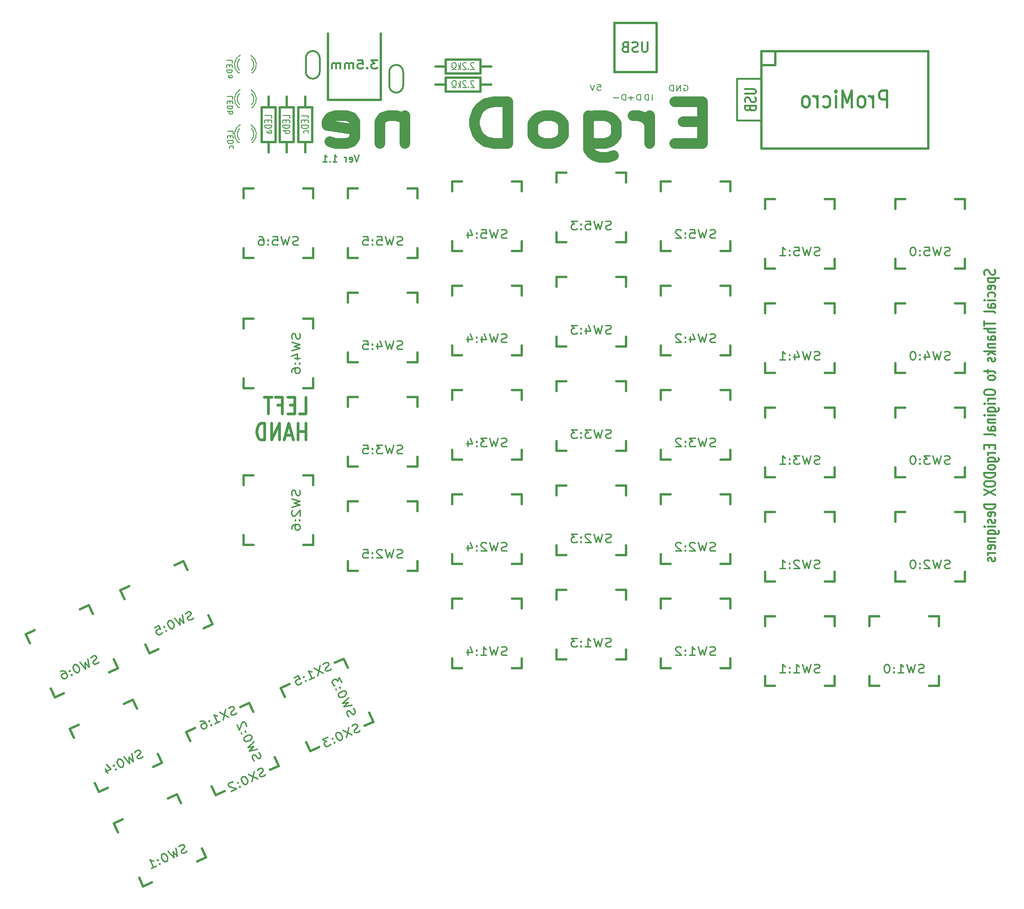
<source format=gbr>
G04 #@! TF.FileFunction,Legend,Bot*
%FSLAX46Y46*%
G04 Gerber Fmt 4.6, Leading zero omitted, Abs format (unit mm)*
G04 Created by KiCad (PCBNEW 4.0.2-stable) date 2016/08/25 14:06:43*
%MOMM*%
G01*
G04 APERTURE LIST*
%ADD10C,0.150000*%
%ADD11C,0.304800*%
%ADD12C,0.254000*%
%ADD13C,0.203200*%
%ADD14C,1.905000*%
%ADD15C,0.508000*%
%ADD16C,0.300000*%
%ADD17C,0.381000*%
%ADD18C,0.457200*%
G04 APERTURE END LIST*
D10*
D11*
X156210000Y-46355000D02*
X160655000Y-46355000D01*
X156210000Y-38735000D02*
X156210000Y-46355000D01*
X160655000Y-38735000D02*
X156210000Y-38735000D01*
X157637238Y-40621857D02*
X159282190Y-40621857D01*
X159475714Y-40694429D01*
X159572476Y-40767000D01*
X159669238Y-40912143D01*
X159669238Y-41202429D01*
X159572476Y-41347571D01*
X159475714Y-41420143D01*
X159282190Y-41492714D01*
X157637238Y-41492714D01*
X159572476Y-42145857D02*
X159669238Y-42363571D01*
X159669238Y-42726428D01*
X159572476Y-42871571D01*
X159475714Y-42944142D01*
X159282190Y-43016714D01*
X159088667Y-43016714D01*
X158895143Y-42944142D01*
X158798381Y-42871571D01*
X158701619Y-42726428D01*
X158604857Y-42436142D01*
X158508095Y-42291000D01*
X158411333Y-42218428D01*
X158217810Y-42145857D01*
X158024286Y-42145857D01*
X157830762Y-42218428D01*
X157734000Y-42291000D01*
X157637238Y-42436142D01*
X157637238Y-42799000D01*
X157734000Y-43016714D01*
X158604857Y-44177857D02*
X158701619Y-44395571D01*
X158798381Y-44468143D01*
X158991905Y-44540714D01*
X159282190Y-44540714D01*
X159475714Y-44468143D01*
X159572476Y-44395571D01*
X159669238Y-44250429D01*
X159669238Y-43669857D01*
X157637238Y-43669857D01*
X157637238Y-44177857D01*
X157734000Y-44323000D01*
X157830762Y-44395571D01*
X158024286Y-44468143D01*
X158217810Y-44468143D01*
X158411333Y-44395571D01*
X158508095Y-44323000D01*
X158604857Y-44177857D01*
X158604857Y-43669857D01*
X203287476Y-73667572D02*
X203384238Y-73885286D01*
X203384238Y-74248143D01*
X203287476Y-74393286D01*
X203190714Y-74465857D01*
X202997190Y-74538429D01*
X202803667Y-74538429D01*
X202610143Y-74465857D01*
X202513381Y-74393286D01*
X202416619Y-74248143D01*
X202319857Y-73957857D01*
X202223095Y-73812715D01*
X202126333Y-73740143D01*
X201932810Y-73667572D01*
X201739286Y-73667572D01*
X201545762Y-73740143D01*
X201449000Y-73812715D01*
X201352238Y-73957857D01*
X201352238Y-74320715D01*
X201449000Y-74538429D01*
X202029571Y-75191572D02*
X204061571Y-75191572D01*
X202126333Y-75191572D02*
X202029571Y-75336715D01*
X202029571Y-75627001D01*
X202126333Y-75772144D01*
X202223095Y-75844715D01*
X202416619Y-75917286D01*
X202997190Y-75917286D01*
X203190714Y-75844715D01*
X203287476Y-75772144D01*
X203384238Y-75627001D01*
X203384238Y-75336715D01*
X203287476Y-75191572D01*
X203287476Y-77151001D02*
X203384238Y-77005858D01*
X203384238Y-76715572D01*
X203287476Y-76570429D01*
X203093952Y-76497858D01*
X202319857Y-76497858D01*
X202126333Y-76570429D01*
X202029571Y-76715572D01*
X202029571Y-77005858D01*
X202126333Y-77151001D01*
X202319857Y-77223572D01*
X202513381Y-77223572D01*
X202706905Y-76497858D01*
X203287476Y-78529858D02*
X203384238Y-78384715D01*
X203384238Y-78094429D01*
X203287476Y-77949287D01*
X203190714Y-77876715D01*
X202997190Y-77804144D01*
X202416619Y-77804144D01*
X202223095Y-77876715D01*
X202126333Y-77949287D01*
X202029571Y-78094429D01*
X202029571Y-78384715D01*
X202126333Y-78529858D01*
X203384238Y-79183001D02*
X202029571Y-79183001D01*
X201352238Y-79183001D02*
X201449000Y-79110430D01*
X201545762Y-79183001D01*
X201449000Y-79255573D01*
X201352238Y-79183001D01*
X201545762Y-79183001D01*
X203384238Y-80561858D02*
X202319857Y-80561858D01*
X202126333Y-80489287D01*
X202029571Y-80344144D01*
X202029571Y-80053858D01*
X202126333Y-79908715D01*
X203287476Y-80561858D02*
X203384238Y-80416715D01*
X203384238Y-80053858D01*
X203287476Y-79908715D01*
X203093952Y-79836144D01*
X202900429Y-79836144D01*
X202706905Y-79908715D01*
X202610143Y-80053858D01*
X202610143Y-80416715D01*
X202513381Y-80561858D01*
X203384238Y-81505286D02*
X203287476Y-81360144D01*
X203093952Y-81287572D01*
X201352238Y-81287572D01*
X201352238Y-83029287D02*
X201352238Y-83900144D01*
X203384238Y-83464715D02*
X201352238Y-83464715D01*
X203384238Y-84408144D02*
X201352238Y-84408144D01*
X203384238Y-85061287D02*
X202319857Y-85061287D01*
X202126333Y-84988716D01*
X202029571Y-84843573D01*
X202029571Y-84625858D01*
X202126333Y-84480716D01*
X202223095Y-84408144D01*
X203384238Y-86440144D02*
X202319857Y-86440144D01*
X202126333Y-86367573D01*
X202029571Y-86222430D01*
X202029571Y-85932144D01*
X202126333Y-85787001D01*
X203287476Y-86440144D02*
X203384238Y-86295001D01*
X203384238Y-85932144D01*
X203287476Y-85787001D01*
X203093952Y-85714430D01*
X202900429Y-85714430D01*
X202706905Y-85787001D01*
X202610143Y-85932144D01*
X202610143Y-86295001D01*
X202513381Y-86440144D01*
X202029571Y-87165858D02*
X203384238Y-87165858D01*
X202223095Y-87165858D02*
X202126333Y-87238430D01*
X202029571Y-87383572D01*
X202029571Y-87601287D01*
X202126333Y-87746430D01*
X202319857Y-87819001D01*
X203384238Y-87819001D01*
X203384238Y-88544715D02*
X201352238Y-88544715D01*
X202610143Y-88689858D02*
X203384238Y-89125287D01*
X202029571Y-89125287D02*
X202803667Y-88544715D01*
X203287476Y-89705858D02*
X203384238Y-89851001D01*
X203384238Y-90141286D01*
X203287476Y-90286429D01*
X203093952Y-90359001D01*
X202997190Y-90359001D01*
X202803667Y-90286429D01*
X202706905Y-90141286D01*
X202706905Y-89923572D01*
X202610143Y-89778429D01*
X202416619Y-89705858D01*
X202319857Y-89705858D01*
X202126333Y-89778429D01*
X202029571Y-89923572D01*
X202029571Y-90141286D01*
X202126333Y-90286429D01*
X202029571Y-91955572D02*
X202029571Y-92536143D01*
X201352238Y-92173286D02*
X203093952Y-92173286D01*
X203287476Y-92245858D01*
X203384238Y-92391000D01*
X203384238Y-92536143D01*
X203384238Y-93261857D02*
X203287476Y-93116715D01*
X203190714Y-93044143D01*
X202997190Y-92971572D01*
X202416619Y-92971572D01*
X202223095Y-93044143D01*
X202126333Y-93116715D01*
X202029571Y-93261857D01*
X202029571Y-93479572D01*
X202126333Y-93624715D01*
X202223095Y-93697286D01*
X202416619Y-93769857D01*
X202997190Y-93769857D01*
X203190714Y-93697286D01*
X203287476Y-93624715D01*
X203384238Y-93479572D01*
X203384238Y-93261857D01*
X201352238Y-95874429D02*
X201352238Y-96164715D01*
X201449000Y-96309857D01*
X201642524Y-96455000D01*
X202029571Y-96527572D01*
X202706905Y-96527572D01*
X203093952Y-96455000D01*
X203287476Y-96309857D01*
X203384238Y-96164715D01*
X203384238Y-95874429D01*
X203287476Y-95729286D01*
X203093952Y-95584143D01*
X202706905Y-95511572D01*
X202029571Y-95511572D01*
X201642524Y-95584143D01*
X201449000Y-95729286D01*
X201352238Y-95874429D01*
X203384238Y-97180714D02*
X202029571Y-97180714D01*
X202416619Y-97180714D02*
X202223095Y-97253286D01*
X202126333Y-97325857D01*
X202029571Y-97471000D01*
X202029571Y-97616143D01*
X203384238Y-98124143D02*
X202029571Y-98124143D01*
X201352238Y-98124143D02*
X201449000Y-98051572D01*
X201545762Y-98124143D01*
X201449000Y-98196715D01*
X201352238Y-98124143D01*
X201545762Y-98124143D01*
X202029571Y-99503000D02*
X203674524Y-99503000D01*
X203868048Y-99430429D01*
X203964810Y-99357857D01*
X204061571Y-99212714D01*
X204061571Y-98995000D01*
X203964810Y-98849857D01*
X203287476Y-99503000D02*
X203384238Y-99357857D01*
X203384238Y-99067571D01*
X203287476Y-98922429D01*
X203190714Y-98849857D01*
X202997190Y-98777286D01*
X202416619Y-98777286D01*
X202223095Y-98849857D01*
X202126333Y-98922429D01*
X202029571Y-99067571D01*
X202029571Y-99357857D01*
X202126333Y-99503000D01*
X203384238Y-100228714D02*
X202029571Y-100228714D01*
X201352238Y-100228714D02*
X201449000Y-100156143D01*
X201545762Y-100228714D01*
X201449000Y-100301286D01*
X201352238Y-100228714D01*
X201545762Y-100228714D01*
X202029571Y-100954428D02*
X203384238Y-100954428D01*
X202223095Y-100954428D02*
X202126333Y-101027000D01*
X202029571Y-101172142D01*
X202029571Y-101389857D01*
X202126333Y-101535000D01*
X202319857Y-101607571D01*
X203384238Y-101607571D01*
X203384238Y-102986428D02*
X202319857Y-102986428D01*
X202126333Y-102913857D01*
X202029571Y-102768714D01*
X202029571Y-102478428D01*
X202126333Y-102333285D01*
X203287476Y-102986428D02*
X203384238Y-102841285D01*
X203384238Y-102478428D01*
X203287476Y-102333285D01*
X203093952Y-102260714D01*
X202900429Y-102260714D01*
X202706905Y-102333285D01*
X202610143Y-102478428D01*
X202610143Y-102841285D01*
X202513381Y-102986428D01*
X203384238Y-103929856D02*
X203287476Y-103784714D01*
X203093952Y-103712142D01*
X201352238Y-103712142D01*
X202319857Y-105671571D02*
X202319857Y-106179571D01*
X203384238Y-106397285D02*
X203384238Y-105671571D01*
X201352238Y-105671571D01*
X201352238Y-106397285D01*
X203384238Y-107050428D02*
X202029571Y-107050428D01*
X202416619Y-107050428D02*
X202223095Y-107123000D01*
X202126333Y-107195571D01*
X202029571Y-107340714D01*
X202029571Y-107485857D01*
X202029571Y-108647000D02*
X203674524Y-108647000D01*
X203868048Y-108574429D01*
X203964810Y-108501857D01*
X204061571Y-108356714D01*
X204061571Y-108139000D01*
X203964810Y-107993857D01*
X203287476Y-108647000D02*
X203384238Y-108501857D01*
X203384238Y-108211571D01*
X203287476Y-108066429D01*
X203190714Y-107993857D01*
X202997190Y-107921286D01*
X202416619Y-107921286D01*
X202223095Y-107993857D01*
X202126333Y-108066429D01*
X202029571Y-108211571D01*
X202029571Y-108501857D01*
X202126333Y-108647000D01*
X203384238Y-109590428D02*
X203287476Y-109445286D01*
X203190714Y-109372714D01*
X202997190Y-109300143D01*
X202416619Y-109300143D01*
X202223095Y-109372714D01*
X202126333Y-109445286D01*
X202029571Y-109590428D01*
X202029571Y-109808143D01*
X202126333Y-109953286D01*
X202223095Y-110025857D01*
X202416619Y-110098428D01*
X202997190Y-110098428D01*
X203190714Y-110025857D01*
X203287476Y-109953286D01*
X203384238Y-109808143D01*
X203384238Y-109590428D01*
X203384238Y-110751571D02*
X201352238Y-110751571D01*
X201352238Y-111114428D01*
X201449000Y-111332143D01*
X201642524Y-111477285D01*
X201836048Y-111549857D01*
X202223095Y-111622428D01*
X202513381Y-111622428D01*
X202900429Y-111549857D01*
X203093952Y-111477285D01*
X203287476Y-111332143D01*
X203384238Y-111114428D01*
X203384238Y-110751571D01*
X201352238Y-112565857D02*
X201352238Y-112856143D01*
X201449000Y-113001285D01*
X201642524Y-113146428D01*
X202029571Y-113219000D01*
X202706905Y-113219000D01*
X203093952Y-113146428D01*
X203287476Y-113001285D01*
X203384238Y-112856143D01*
X203384238Y-112565857D01*
X203287476Y-112420714D01*
X203093952Y-112275571D01*
X202706905Y-112203000D01*
X202029571Y-112203000D01*
X201642524Y-112275571D01*
X201449000Y-112420714D01*
X201352238Y-112565857D01*
X201352238Y-113726999D02*
X203384238Y-114742999D01*
X201352238Y-114742999D02*
X203384238Y-113726999D01*
X203384238Y-116484714D02*
X201352238Y-116484714D01*
X201352238Y-116847571D01*
X201449000Y-117065286D01*
X201642524Y-117210428D01*
X201836048Y-117283000D01*
X202223095Y-117355571D01*
X202513381Y-117355571D01*
X202900429Y-117283000D01*
X203093952Y-117210428D01*
X203287476Y-117065286D01*
X203384238Y-116847571D01*
X203384238Y-116484714D01*
X203287476Y-118589286D02*
X203384238Y-118444143D01*
X203384238Y-118153857D01*
X203287476Y-118008714D01*
X203093952Y-117936143D01*
X202319857Y-117936143D01*
X202126333Y-118008714D01*
X202029571Y-118153857D01*
X202029571Y-118444143D01*
X202126333Y-118589286D01*
X202319857Y-118661857D01*
X202513381Y-118661857D01*
X202706905Y-117936143D01*
X203287476Y-119242429D02*
X203384238Y-119387572D01*
X203384238Y-119677857D01*
X203287476Y-119823000D01*
X203093952Y-119895572D01*
X202997190Y-119895572D01*
X202803667Y-119823000D01*
X202706905Y-119677857D01*
X202706905Y-119460143D01*
X202610143Y-119315000D01*
X202416619Y-119242429D01*
X202319857Y-119242429D01*
X202126333Y-119315000D01*
X202029571Y-119460143D01*
X202029571Y-119677857D01*
X202126333Y-119823000D01*
X203384238Y-120548714D02*
X202029571Y-120548714D01*
X201352238Y-120548714D02*
X201449000Y-120476143D01*
X201545762Y-120548714D01*
X201449000Y-120621286D01*
X201352238Y-120548714D01*
X201545762Y-120548714D01*
X202029571Y-121927571D02*
X203674524Y-121927571D01*
X203868048Y-121855000D01*
X203964810Y-121782428D01*
X204061571Y-121637285D01*
X204061571Y-121419571D01*
X203964810Y-121274428D01*
X203287476Y-121927571D02*
X203384238Y-121782428D01*
X203384238Y-121492142D01*
X203287476Y-121347000D01*
X203190714Y-121274428D01*
X202997190Y-121201857D01*
X202416619Y-121201857D01*
X202223095Y-121274428D01*
X202126333Y-121347000D01*
X202029571Y-121492142D01*
X202029571Y-121782428D01*
X202126333Y-121927571D01*
X202029571Y-122653285D02*
X203384238Y-122653285D01*
X202223095Y-122653285D02*
X202126333Y-122725857D01*
X202029571Y-122870999D01*
X202029571Y-123088714D01*
X202126333Y-123233857D01*
X202319857Y-123306428D01*
X203384238Y-123306428D01*
X203287476Y-124612714D02*
X203384238Y-124467571D01*
X203384238Y-124177285D01*
X203287476Y-124032142D01*
X203093952Y-123959571D01*
X202319857Y-123959571D01*
X202126333Y-124032142D01*
X202029571Y-124177285D01*
X202029571Y-124467571D01*
X202126333Y-124612714D01*
X202319857Y-124685285D01*
X202513381Y-124685285D01*
X202706905Y-123959571D01*
X203384238Y-125338428D02*
X202029571Y-125338428D01*
X202416619Y-125338428D02*
X202223095Y-125411000D01*
X202126333Y-125483571D01*
X202029571Y-125628714D01*
X202029571Y-125773857D01*
X203287476Y-126209286D02*
X203384238Y-126354429D01*
X203384238Y-126644714D01*
X203287476Y-126789857D01*
X203093952Y-126862429D01*
X202997190Y-126862429D01*
X202803667Y-126789857D01*
X202706905Y-126644714D01*
X202706905Y-126427000D01*
X202610143Y-126281857D01*
X202416619Y-126209286D01*
X202319857Y-126209286D01*
X202126333Y-126281857D01*
X202029571Y-126427000D01*
X202029571Y-126644714D01*
X202126333Y-126789857D01*
D12*
X87176428Y-52644524D02*
X86753094Y-53914524D01*
X86329761Y-52644524D01*
X85422619Y-53854048D02*
X85543571Y-53914524D01*
X85785476Y-53914524D01*
X85906428Y-53854048D01*
X85966904Y-53733095D01*
X85966904Y-53249286D01*
X85906428Y-53128333D01*
X85785476Y-53067857D01*
X85543571Y-53067857D01*
X85422619Y-53128333D01*
X85362142Y-53249286D01*
X85362142Y-53370238D01*
X85966904Y-53491190D01*
X84817857Y-53914524D02*
X84817857Y-53067857D01*
X84817857Y-53309762D02*
X84757381Y-53188810D01*
X84696905Y-53128333D01*
X84575952Y-53067857D01*
X84455000Y-53067857D01*
X82398810Y-53914524D02*
X83124524Y-53914524D01*
X82761667Y-53914524D02*
X82761667Y-52644524D01*
X82882619Y-52825952D01*
X83003572Y-52946905D01*
X83124524Y-53007381D01*
X81854524Y-53793571D02*
X81794048Y-53854048D01*
X81854524Y-53914524D01*
X81915000Y-53854048D01*
X81854524Y-53793571D01*
X81854524Y-53914524D01*
X80584524Y-53914524D02*
X81310238Y-53914524D01*
X80947381Y-53914524D02*
X80947381Y-52644524D01*
X81068333Y-52825952D01*
X81189286Y-52946905D01*
X81310238Y-53007381D01*
D13*
X140700000Y-42624619D02*
X140700000Y-41608619D01*
X140095238Y-42624619D02*
X140095238Y-41608619D01*
X139792857Y-41608619D01*
X139611429Y-41657000D01*
X139490476Y-41753762D01*
X139430000Y-41850524D01*
X139369524Y-42044048D01*
X139369524Y-42189190D01*
X139430000Y-42382714D01*
X139490476Y-42479476D01*
X139611429Y-42576238D01*
X139792857Y-42624619D01*
X140095238Y-42624619D01*
X138583809Y-42624619D02*
X138583809Y-41608619D01*
X138281428Y-41608619D01*
X138100000Y-41657000D01*
X137979047Y-41753762D01*
X137918571Y-41850524D01*
X137858095Y-42044048D01*
X137858095Y-42189190D01*
X137918571Y-42382714D01*
X137979047Y-42479476D01*
X138100000Y-42576238D01*
X138281428Y-42624619D01*
X138583809Y-42624619D01*
X137313809Y-42237571D02*
X136346190Y-42237571D01*
X136830000Y-42624619D02*
X136830000Y-41850524D01*
X146532619Y-39957000D02*
X146653571Y-39908619D01*
X146835000Y-39908619D01*
X147016428Y-39957000D01*
X147137381Y-40053762D01*
X147197857Y-40150524D01*
X147258333Y-40344048D01*
X147258333Y-40489190D01*
X147197857Y-40682714D01*
X147137381Y-40779476D01*
X147016428Y-40876238D01*
X146835000Y-40924619D01*
X146714048Y-40924619D01*
X146532619Y-40876238D01*
X146472143Y-40827857D01*
X146472143Y-40489190D01*
X146714048Y-40489190D01*
X145927857Y-40924619D02*
X145927857Y-39908619D01*
X145202143Y-40924619D01*
X145202143Y-39908619D01*
X144597381Y-40924619D02*
X144597381Y-39908619D01*
X144295000Y-39908619D01*
X144113572Y-39957000D01*
X143992619Y-40053762D01*
X143932143Y-40150524D01*
X143871667Y-40344048D01*
X143871667Y-40489190D01*
X143932143Y-40682714D01*
X143992619Y-40779476D01*
X144113572Y-40876238D01*
X144295000Y-40924619D01*
X144597381Y-40924619D01*
X130706904Y-39808619D02*
X131311666Y-39808619D01*
X131372142Y-40292429D01*
X131311666Y-40244048D01*
X131190714Y-40195667D01*
X130888333Y-40195667D01*
X130767380Y-40244048D01*
X130706904Y-40292429D01*
X130646428Y-40389190D01*
X130646428Y-40631095D01*
X130706904Y-40727857D01*
X130767380Y-40776238D01*
X130888333Y-40824619D01*
X131190714Y-40824619D01*
X131311666Y-40776238D01*
X131372142Y-40727857D01*
X130283571Y-39808619D02*
X129860237Y-40824619D01*
X129436904Y-39808619D01*
X135883809Y-42624619D02*
X135883809Y-41608619D01*
X135581428Y-41608619D01*
X135400000Y-41657000D01*
X135279047Y-41753762D01*
X135218571Y-41850524D01*
X135158095Y-42044048D01*
X135158095Y-42189190D01*
X135218571Y-42382714D01*
X135279047Y-42479476D01*
X135400000Y-42576238D01*
X135581428Y-42624619D01*
X135883809Y-42624619D01*
X134613809Y-42237571D02*
X133646190Y-42237571D01*
D14*
X149901000Y-46520714D02*
X146345000Y-46520714D01*
X144821000Y-50512143D02*
X149901000Y-50512143D01*
X149901000Y-42892143D01*
X144821000Y-42892143D01*
X140249000Y-50512143D02*
X140249000Y-45432143D01*
X140249000Y-46883571D02*
X139741000Y-46157857D01*
X139233000Y-45795000D01*
X138217000Y-45432143D01*
X137201000Y-45432143D01*
X129073000Y-45432143D02*
X129073000Y-51600714D01*
X129581000Y-52326429D01*
X130089000Y-52689286D01*
X131105000Y-53052143D01*
X132629000Y-53052143D01*
X133645000Y-52689286D01*
X129073000Y-50149286D02*
X130089000Y-50512143D01*
X132121000Y-50512143D01*
X133137000Y-50149286D01*
X133645000Y-49786429D01*
X134153000Y-49060714D01*
X134153000Y-46883571D01*
X133645000Y-46157857D01*
X133137000Y-45795000D01*
X132121000Y-45432143D01*
X130089000Y-45432143D01*
X129073000Y-45795000D01*
X122469000Y-50512143D02*
X123485000Y-50149286D01*
X123993000Y-49786429D01*
X124501000Y-49060714D01*
X124501000Y-46883571D01*
X123993000Y-46157857D01*
X123485000Y-45795000D01*
X122469000Y-45432143D01*
X120945000Y-45432143D01*
X119929000Y-45795000D01*
X119421000Y-46157857D01*
X118913000Y-46883571D01*
X118913000Y-49060714D01*
X119421000Y-49786429D01*
X119929000Y-50149286D01*
X120945000Y-50512143D01*
X122469000Y-50512143D01*
X114341000Y-50512143D02*
X114341000Y-42892143D01*
X111801000Y-42892143D01*
X110277000Y-43255000D01*
X109261000Y-43980714D01*
X108753000Y-44706429D01*
X108245000Y-46157857D01*
X108245000Y-47246429D01*
X108753000Y-48697857D01*
X109261000Y-49423571D01*
X110277000Y-50149286D01*
X111801000Y-50512143D01*
X114341000Y-50512143D01*
X95545000Y-45432143D02*
X95545000Y-50512143D01*
X95545000Y-46157857D02*
X95037000Y-45795000D01*
X94021000Y-45432143D01*
X92497000Y-45432143D01*
X91481000Y-45795000D01*
X90973000Y-46520714D01*
X90973000Y-50512143D01*
X81829000Y-50149286D02*
X82845000Y-50512143D01*
X84877000Y-50512143D01*
X85893000Y-50149286D01*
X86401000Y-49423571D01*
X86401000Y-46520714D01*
X85893000Y-45795000D01*
X84877000Y-45432143D01*
X82845000Y-45432143D01*
X81829000Y-45795000D01*
X81321000Y-46520714D01*
X81321000Y-47246429D01*
X86401000Y-47972143D01*
D15*
X76290714Y-99956257D02*
X77500238Y-99956257D01*
X77500238Y-96908257D01*
X75444048Y-98359686D02*
X74597381Y-98359686D01*
X74234524Y-99956257D02*
X75444048Y-99956257D01*
X75444048Y-96908257D01*
X74234524Y-96908257D01*
X72299286Y-98359686D02*
X73145953Y-98359686D01*
X73145953Y-99956257D02*
X73145953Y-96908257D01*
X71936429Y-96908257D01*
X71331667Y-96908257D02*
X69880239Y-96908257D01*
X70605953Y-99956257D02*
X70605953Y-96908257D01*
X77500238Y-104731457D02*
X77500238Y-101683457D01*
X77500238Y-103134886D02*
X76048810Y-103134886D01*
X76048810Y-104731457D02*
X76048810Y-101683457D01*
X74960238Y-103860600D02*
X73750715Y-103860600D01*
X75202143Y-104731457D02*
X74355477Y-101683457D01*
X73508810Y-104731457D01*
X72662143Y-104731457D02*
X72662143Y-101683457D01*
X71210715Y-104731457D01*
X71210715Y-101683457D01*
X70001191Y-104731457D02*
X70001191Y-101683457D01*
X69396429Y-101683457D01*
X69033572Y-101828600D01*
X68791667Y-102118886D01*
X68670715Y-102409171D01*
X68549763Y-102989743D01*
X68549763Y-103425171D01*
X68670715Y-104005743D01*
X68791667Y-104296029D01*
X69033572Y-104586314D01*
X69396429Y-104731457D01*
X70001191Y-104731457D01*
D16*
X80010000Y-37465000D02*
X80010000Y-34925000D01*
X77470000Y-37465000D02*
X77470000Y-34925000D01*
X80010000Y-34925000D02*
G75*
G03X78740000Y-33655000I-1270000J0D01*
G01*
X78740000Y-33655000D02*
G75*
G03X77470000Y-34925000I0J-1270000D01*
G01*
X78740000Y-38735000D02*
G75*
G03X80010000Y-37465000I0J1270000D01*
G01*
X77470000Y-37465000D02*
G75*
G03X78740000Y-38735000I1270000J0D01*
G01*
X95250000Y-40005000D02*
X95250000Y-37465000D01*
X92710000Y-37465000D02*
G75*
G02X93980000Y-36195000I1270000J0D01*
G01*
X93980000Y-36195000D02*
G75*
G02X95250000Y-37465000I0J-1270000D01*
G01*
X93980000Y-41275000D02*
G75*
G02X92710000Y-40005000I0J1270000D01*
G01*
X95250000Y-40005000D02*
G75*
G02X93980000Y-41275000I-1270000J0D01*
G01*
X92710000Y-40005000D02*
X92710000Y-37465000D01*
D17*
X69395000Y-43890000D02*
X69395000Y-50240000D01*
X69395000Y-50240000D02*
X71935000Y-50240000D01*
X71935000Y-50240000D02*
X71935000Y-43890000D01*
X71935000Y-43890000D02*
X69395000Y-43890000D01*
X70665000Y-52145000D02*
X70665000Y-50240000D01*
X70665000Y-41985000D02*
X70665000Y-43890000D01*
X72695000Y-43890000D02*
X72695000Y-50240000D01*
X72695000Y-50240000D02*
X75235000Y-50240000D01*
X75235000Y-50240000D02*
X75235000Y-43890000D01*
X75235000Y-43890000D02*
X72695000Y-43890000D01*
X73965000Y-52145000D02*
X73965000Y-50240000D01*
X73965000Y-41985000D02*
X73965000Y-43890000D01*
X76095000Y-43890000D02*
X76095000Y-50240000D01*
X76095000Y-50240000D02*
X78635000Y-50240000D01*
X78635000Y-50240000D02*
X78635000Y-43890000D01*
X78635000Y-43890000D02*
X76095000Y-43890000D01*
X77365000Y-52145000D02*
X77365000Y-50240000D01*
X77365000Y-41985000D02*
X77365000Y-43890000D01*
X102990000Y-37735000D02*
X109340000Y-37735000D01*
X109340000Y-37735000D02*
X109340000Y-35195000D01*
X109340000Y-35195000D02*
X102990000Y-35195000D01*
X102990000Y-35195000D02*
X102990000Y-37735000D01*
X111245000Y-36465000D02*
X109340000Y-36465000D01*
X101085000Y-36465000D02*
X102990000Y-36465000D01*
X102997000Y-41021000D02*
X109347000Y-41021000D01*
X109347000Y-41021000D02*
X109347000Y-38481000D01*
X109347000Y-38481000D02*
X102997000Y-38481000D01*
X102997000Y-38481000D02*
X102997000Y-41021000D01*
X111252000Y-39751000D02*
X109347000Y-39751000D01*
X101092000Y-39751000D02*
X102997000Y-39751000D01*
X160655000Y-51435000D02*
X160655000Y-33655000D01*
X160655000Y-33655000D02*
X191135000Y-33655000D01*
X191135000Y-33655000D02*
X191135000Y-51435000D01*
X191135000Y-51435000D02*
X160655000Y-51435000D01*
X160655000Y-36195000D02*
X163195000Y-36195000D01*
X163195000Y-36195000D02*
X163195000Y-33655000D01*
X91109800Y-30480000D02*
X91109800Y-42545000D01*
X91109800Y-42545000D02*
X81508600Y-42545000D01*
X81508600Y-42545000D02*
X81508600Y-30480000D01*
X66040000Y-58750200D02*
X67818000Y-58750200D01*
X76962000Y-58750200D02*
X78740000Y-58750200D01*
X78740000Y-58750200D02*
X78740000Y-60528200D01*
X78740000Y-69672200D02*
X78740000Y-71450200D01*
X78740000Y-71450200D02*
X76962000Y-71450200D01*
X67818000Y-71450200D02*
X66040000Y-71450200D01*
X66040000Y-71450200D02*
X66040000Y-69672200D01*
X66040000Y-60528200D02*
X66040000Y-58750200D01*
X66040000Y-95260160D02*
X66040000Y-93482160D01*
X66040000Y-84338160D02*
X66040000Y-82560160D01*
X66040000Y-82560160D02*
X67818000Y-82560160D01*
X76962000Y-82560160D02*
X78740000Y-82560160D01*
X78740000Y-82560160D02*
X78740000Y-84338160D01*
X78740000Y-93482160D02*
X78740000Y-95260160D01*
X78740000Y-95260160D02*
X76962000Y-95260160D01*
X67818000Y-95260160D02*
X66040000Y-95260160D01*
X66040000Y-123835160D02*
X66040000Y-122057160D01*
X66040000Y-112913160D02*
X66040000Y-111135160D01*
X66040000Y-111135160D02*
X67818000Y-111135160D01*
X76962000Y-111135160D02*
X78740000Y-111135160D01*
X78740000Y-111135160D02*
X78740000Y-112913160D01*
X78740000Y-122057160D02*
X78740000Y-123835160D01*
X78740000Y-123835160D02*
X76962000Y-123835160D01*
X67818000Y-123835160D02*
X66040000Y-123835160D01*
X180340000Y-136852660D02*
X182118000Y-136852660D01*
X191262000Y-136852660D02*
X193040000Y-136852660D01*
X193040000Y-136852660D02*
X193040000Y-138630660D01*
X193040000Y-147774660D02*
X193040000Y-149552660D01*
X193040000Y-149552660D02*
X191262000Y-149552660D01*
X182118000Y-149552660D02*
X180340000Y-149552660D01*
X180340000Y-149552660D02*
X180340000Y-147774660D01*
X180340000Y-138630660D02*
X180340000Y-136852660D01*
X85090000Y-77797660D02*
X86868000Y-77797660D01*
X96012000Y-77797660D02*
X97790000Y-77797660D01*
X97790000Y-77797660D02*
X97790000Y-79575660D01*
X97790000Y-88719660D02*
X97790000Y-90497660D01*
X97790000Y-90497660D02*
X96012000Y-90497660D01*
X86868000Y-90497660D02*
X85090000Y-90497660D01*
X85090000Y-90497660D02*
X85090000Y-88719660D01*
X85090000Y-79575660D02*
X85090000Y-77797660D01*
X34309520Y-157461652D02*
X35920935Y-156710236D01*
X44208213Y-152845815D02*
X45819628Y-152094400D01*
X45819628Y-152094400D02*
X46571044Y-153705815D01*
X50435465Y-161993093D02*
X51186880Y-163604508D01*
X51186880Y-163604508D02*
X49575465Y-164355924D01*
X41288187Y-168220345D02*
X39676772Y-168971760D01*
X39676772Y-168971760D02*
X38925356Y-167360345D01*
X35060935Y-159073067D02*
X34309520Y-157461652D01*
X42361320Y-174728572D02*
X43972735Y-173977156D01*
X52260013Y-170112735D02*
X53871428Y-169361320D01*
X53871428Y-169361320D02*
X54622844Y-170972735D01*
X58487265Y-179260013D02*
X59238680Y-180871428D01*
X59238680Y-180871428D02*
X57627265Y-181622844D01*
X49339987Y-185487265D02*
X47728572Y-186238680D01*
X47728572Y-186238680D02*
X46977156Y-184627265D01*
X43112735Y-176339987D02*
X42361320Y-174728572D01*
X26260260Y-140197272D02*
X27871675Y-139445856D01*
X36158953Y-135581435D02*
X37770368Y-134830020D01*
X37770368Y-134830020D02*
X38521784Y-136441435D01*
X42386205Y-144728713D02*
X43137620Y-146340128D01*
X43137620Y-146340128D02*
X41526205Y-147091544D01*
X33238927Y-150955965D02*
X31627512Y-151707380D01*
X31627512Y-151707380D02*
X30876096Y-150095965D01*
X27011675Y-141808687D02*
X26260260Y-140197272D01*
X43524640Y-132148012D02*
X45136055Y-131396596D01*
X53423333Y-127532175D02*
X55034748Y-126780760D01*
X55034748Y-126780760D02*
X55786164Y-128392175D01*
X59650585Y-136679453D02*
X60402000Y-138290868D01*
X60402000Y-138290868D02*
X58790585Y-139042284D01*
X50503307Y-142906705D02*
X48891892Y-143658120D01*
X48891892Y-143658120D02*
X48140476Y-142046705D01*
X44276055Y-133759427D02*
X43524640Y-132148012D01*
X161290000Y-60655200D02*
X163068000Y-60655200D01*
X172212000Y-60655200D02*
X173990000Y-60655200D01*
X173990000Y-60655200D02*
X173990000Y-62433200D01*
X173990000Y-71577200D02*
X173990000Y-73355200D01*
X173990000Y-73355200D02*
X172212000Y-73355200D01*
X163068000Y-73355200D02*
X161290000Y-73355200D01*
X161290000Y-73355200D02*
X161290000Y-71577200D01*
X161290000Y-62433200D02*
X161290000Y-60655200D01*
X142240000Y-57477660D02*
X144018000Y-57477660D01*
X153162000Y-57477660D02*
X154940000Y-57477660D01*
X154940000Y-57477660D02*
X154940000Y-59255660D01*
X154940000Y-68399660D02*
X154940000Y-70177660D01*
X154940000Y-70177660D02*
X153162000Y-70177660D01*
X144018000Y-70177660D02*
X142240000Y-70177660D01*
X142240000Y-70177660D02*
X142240000Y-68399660D01*
X142240000Y-59255660D02*
X142240000Y-57477660D01*
X123190000Y-55880000D02*
X124968000Y-55880000D01*
X134112000Y-55880000D02*
X135890000Y-55880000D01*
X135890000Y-55880000D02*
X135890000Y-57658000D01*
X135890000Y-66802000D02*
X135890000Y-68580000D01*
X135890000Y-68580000D02*
X134112000Y-68580000D01*
X124968000Y-68580000D02*
X123190000Y-68580000D01*
X123190000Y-68580000D02*
X123190000Y-66802000D01*
X123190000Y-57658000D02*
X123190000Y-55880000D01*
X104140000Y-57477660D02*
X105918000Y-57477660D01*
X115062000Y-57477660D02*
X116840000Y-57477660D01*
X116840000Y-57477660D02*
X116840000Y-59255660D01*
X116840000Y-68399660D02*
X116840000Y-70177660D01*
X116840000Y-70177660D02*
X115062000Y-70177660D01*
X105918000Y-70177660D02*
X104140000Y-70177660D01*
X104140000Y-70177660D02*
X104140000Y-68399660D01*
X104140000Y-59255660D02*
X104140000Y-57477660D01*
X142240000Y-133677660D02*
X144018000Y-133677660D01*
X153162000Y-133677660D02*
X154940000Y-133677660D01*
X154940000Y-133677660D02*
X154940000Y-135455660D01*
X154940000Y-144599660D02*
X154940000Y-146377660D01*
X154940000Y-146377660D02*
X153162000Y-146377660D01*
X144018000Y-146377660D02*
X142240000Y-146377660D01*
X142240000Y-146377660D02*
X142240000Y-144599660D01*
X142240000Y-135455660D02*
X142240000Y-133677660D01*
X161290000Y-79702660D02*
X163068000Y-79702660D01*
X172212000Y-79702660D02*
X173990000Y-79702660D01*
X173990000Y-79702660D02*
X173990000Y-81480660D01*
X173990000Y-90624660D02*
X173990000Y-92402660D01*
X173990000Y-92402660D02*
X172212000Y-92402660D01*
X163068000Y-92402660D02*
X161290000Y-92402660D01*
X161290000Y-92402660D02*
X161290000Y-90624660D01*
X161290000Y-81480660D02*
X161290000Y-79702660D01*
X123190000Y-74930000D02*
X124968000Y-74930000D01*
X134112000Y-74930000D02*
X135890000Y-74930000D01*
X135890000Y-74930000D02*
X135890000Y-76708000D01*
X135890000Y-85852000D02*
X135890000Y-87630000D01*
X135890000Y-87630000D02*
X134112000Y-87630000D01*
X124968000Y-87630000D02*
X123190000Y-87630000D01*
X123190000Y-87630000D02*
X123190000Y-85852000D01*
X123190000Y-76708000D02*
X123190000Y-74930000D01*
X104140000Y-76527660D02*
X105918000Y-76527660D01*
X115062000Y-76527660D02*
X116840000Y-76527660D01*
X116840000Y-76527660D02*
X116840000Y-78305660D01*
X116840000Y-87449660D02*
X116840000Y-89227660D01*
X116840000Y-89227660D02*
X115062000Y-89227660D01*
X105918000Y-89227660D02*
X104140000Y-89227660D01*
X104140000Y-89227660D02*
X104140000Y-87449660D01*
X104140000Y-78305660D02*
X104140000Y-76527660D01*
X161290000Y-98752660D02*
X163068000Y-98752660D01*
X172212000Y-98752660D02*
X173990000Y-98752660D01*
X173990000Y-98752660D02*
X173990000Y-100530660D01*
X173990000Y-109674660D02*
X173990000Y-111452660D01*
X173990000Y-111452660D02*
X172212000Y-111452660D01*
X163068000Y-111452660D02*
X161290000Y-111452660D01*
X161290000Y-111452660D02*
X161290000Y-109674660D01*
X161290000Y-100530660D02*
X161290000Y-98752660D01*
X142240000Y-95577660D02*
X144018000Y-95577660D01*
X153162000Y-95577660D02*
X154940000Y-95577660D01*
X154940000Y-95577660D02*
X154940000Y-97355660D01*
X154940000Y-106499660D02*
X154940000Y-108277660D01*
X154940000Y-108277660D02*
X153162000Y-108277660D01*
X144018000Y-108277660D02*
X142240000Y-108277660D01*
X142240000Y-108277660D02*
X142240000Y-106499660D01*
X142240000Y-97355660D02*
X142240000Y-95577660D01*
X123190000Y-93980000D02*
X124968000Y-93980000D01*
X134112000Y-93980000D02*
X135890000Y-93980000D01*
X135890000Y-93980000D02*
X135890000Y-95758000D01*
X135890000Y-104902000D02*
X135890000Y-106680000D01*
X135890000Y-106680000D02*
X134112000Y-106680000D01*
X124968000Y-106680000D02*
X123190000Y-106680000D01*
X123190000Y-106680000D02*
X123190000Y-104902000D01*
X123190000Y-95758000D02*
X123190000Y-93980000D01*
X104140000Y-95577660D02*
X105918000Y-95577660D01*
X115062000Y-95577660D02*
X116840000Y-95577660D01*
X116840000Y-95577660D02*
X116840000Y-97355660D01*
X116840000Y-106499660D02*
X116840000Y-108277660D01*
X116840000Y-108277660D02*
X115062000Y-108277660D01*
X105918000Y-108277660D02*
X104140000Y-108277660D01*
X104140000Y-108277660D02*
X104140000Y-106499660D01*
X104140000Y-97355660D02*
X104140000Y-95577660D01*
X85090000Y-96847660D02*
X86868000Y-96847660D01*
X96012000Y-96847660D02*
X97790000Y-96847660D01*
X97790000Y-96847660D02*
X97790000Y-98625660D01*
X97790000Y-107769660D02*
X97790000Y-109547660D01*
X97790000Y-109547660D02*
X96012000Y-109547660D01*
X86868000Y-109547660D02*
X85090000Y-109547660D01*
X85090000Y-109547660D02*
X85090000Y-107769660D01*
X85090000Y-98625660D02*
X85090000Y-96847660D01*
X161290000Y-117802660D02*
X163068000Y-117802660D01*
X172212000Y-117802660D02*
X173990000Y-117802660D01*
X173990000Y-117802660D02*
X173990000Y-119580660D01*
X173990000Y-128724660D02*
X173990000Y-130502660D01*
X173990000Y-130502660D02*
X172212000Y-130502660D01*
X163068000Y-130502660D02*
X161290000Y-130502660D01*
X161290000Y-130502660D02*
X161290000Y-128724660D01*
X161290000Y-119580660D02*
X161290000Y-117802660D01*
X142240000Y-114627660D02*
X144018000Y-114627660D01*
X153162000Y-114627660D02*
X154940000Y-114627660D01*
X154940000Y-114627660D02*
X154940000Y-116405660D01*
X154940000Y-125549660D02*
X154940000Y-127327660D01*
X154940000Y-127327660D02*
X153162000Y-127327660D01*
X144018000Y-127327660D02*
X142240000Y-127327660D01*
X142240000Y-127327660D02*
X142240000Y-125549660D01*
X142240000Y-116405660D02*
X142240000Y-114627660D01*
X123190000Y-113030000D02*
X124968000Y-113030000D01*
X134112000Y-113030000D02*
X135890000Y-113030000D01*
X135890000Y-113030000D02*
X135890000Y-114808000D01*
X135890000Y-123952000D02*
X135890000Y-125730000D01*
X135890000Y-125730000D02*
X134112000Y-125730000D01*
X124968000Y-125730000D02*
X123190000Y-125730000D01*
X123190000Y-125730000D02*
X123190000Y-123952000D01*
X123190000Y-114808000D02*
X123190000Y-113030000D01*
X104140000Y-114627660D02*
X105918000Y-114627660D01*
X115062000Y-114627660D02*
X116840000Y-114627660D01*
X116840000Y-114627660D02*
X116840000Y-116405660D01*
X116840000Y-125549660D02*
X116840000Y-127327660D01*
X116840000Y-127327660D02*
X115062000Y-127327660D01*
X105918000Y-127327660D02*
X104140000Y-127327660D01*
X104140000Y-127327660D02*
X104140000Y-125549660D01*
X104140000Y-116405660D02*
X104140000Y-114627660D01*
X85090000Y-115897660D02*
X86868000Y-115897660D01*
X96012000Y-115897660D02*
X97790000Y-115897660D01*
X97790000Y-115897660D02*
X97790000Y-117675660D01*
X97790000Y-126819660D02*
X97790000Y-128597660D01*
X97790000Y-128597660D02*
X96012000Y-128597660D01*
X86868000Y-128597660D02*
X85090000Y-128597660D01*
X85090000Y-128597660D02*
X85090000Y-126819660D01*
X85090000Y-117675660D02*
X85090000Y-115897660D01*
X161290000Y-136852660D02*
X163068000Y-136852660D01*
X172212000Y-136852660D02*
X173990000Y-136852660D01*
X173990000Y-136852660D02*
X173990000Y-138630660D01*
X173990000Y-147774660D02*
X173990000Y-149552660D01*
X173990000Y-149552660D02*
X172212000Y-149552660D01*
X163068000Y-149552660D02*
X161290000Y-149552660D01*
X161290000Y-149552660D02*
X161290000Y-147774660D01*
X161290000Y-138630660D02*
X161290000Y-136852660D01*
X123190000Y-132080000D02*
X124968000Y-132080000D01*
X134112000Y-132080000D02*
X135890000Y-132080000D01*
X135890000Y-132080000D02*
X135890000Y-133858000D01*
X135890000Y-143002000D02*
X135890000Y-144780000D01*
X135890000Y-144780000D02*
X134112000Y-144780000D01*
X124968000Y-144780000D02*
X123190000Y-144780000D01*
X123190000Y-144780000D02*
X123190000Y-143002000D01*
X123190000Y-133858000D02*
X123190000Y-132080000D01*
X104140000Y-133677660D02*
X105918000Y-133677660D01*
X115062000Y-133677660D02*
X116840000Y-133677660D01*
X116840000Y-133677660D02*
X116840000Y-135455660D01*
X116840000Y-144599660D02*
X116840000Y-146377660D01*
X116840000Y-146377660D02*
X115062000Y-146377660D01*
X105918000Y-146377660D02*
X104140000Y-146377660D01*
X104140000Y-146377660D02*
X104140000Y-144599660D01*
X104140000Y-135455660D02*
X104140000Y-133677660D01*
X78231432Y-161504160D02*
X77480016Y-159892745D01*
X73615595Y-151605467D02*
X72864180Y-149994052D01*
X72864180Y-149994052D02*
X74475595Y-149242636D01*
X82762873Y-145378215D02*
X84374288Y-144626800D01*
X84374288Y-144626800D02*
X85125704Y-146238215D01*
X88990125Y-154525493D02*
X89741540Y-156136908D01*
X89741540Y-156136908D02*
X88130125Y-156888324D01*
X79842847Y-160752745D02*
X78231432Y-161504160D01*
X60967052Y-169555960D02*
X60215636Y-167944545D01*
X56351215Y-159657267D02*
X55599800Y-158045852D01*
X55599800Y-158045852D02*
X57211215Y-157294436D01*
X65498493Y-153430015D02*
X67109908Y-152678600D01*
X67109908Y-152678600D02*
X67861324Y-154290015D01*
X71725745Y-162577293D02*
X72477160Y-164188708D01*
X72477160Y-164188708D02*
X70865745Y-164940124D01*
X62578467Y-168804545D02*
X60967052Y-169555960D01*
X142240000Y-76527660D02*
X144018000Y-76527660D01*
X153162000Y-76527660D02*
X154940000Y-76527660D01*
X154940000Y-76527660D02*
X154940000Y-78305660D01*
X154940000Y-87449660D02*
X154940000Y-89227660D01*
X154940000Y-89227660D02*
X153162000Y-89227660D01*
X144018000Y-89227660D02*
X142240000Y-89227660D01*
X142240000Y-89227660D02*
X142240000Y-87449660D01*
X142240000Y-78305660D02*
X142240000Y-76527660D01*
X85090000Y-58750200D02*
X86868000Y-58750200D01*
X96012000Y-58750200D02*
X97790000Y-58750200D01*
X97790000Y-58750200D02*
X97790000Y-60528200D01*
X97790000Y-69672200D02*
X97790000Y-71450200D01*
X97790000Y-71450200D02*
X96012000Y-71450200D01*
X86868000Y-71450200D02*
X85090000Y-71450200D01*
X85090000Y-71450200D02*
X85090000Y-69672200D01*
X85090000Y-60528200D02*
X85090000Y-58750200D01*
D10*
X65151000Y-37664000D02*
X65351000Y-37664000D01*
X67745000Y-37664000D02*
X67565000Y-37664000D01*
X67434643Y-34436256D02*
G75*
G02X67751000Y-37664000I-1003643J-1727744D01*
G01*
X67564068Y-35111994D02*
G75*
G02X67565000Y-37215000I-1133068J-1052006D01*
G01*
X65124274Y-37651220D02*
G75*
G02X65471000Y-34414000I1306726J1497220D01*
G01*
X65351747Y-37177889D02*
G75*
G02X65371000Y-35130000I1079253J1013889D01*
G01*
X65151000Y-43964000D02*
X65351000Y-43964000D01*
X67745000Y-43964000D02*
X67565000Y-43964000D01*
X67434643Y-40736256D02*
G75*
G02X67751000Y-43964000I-1003643J-1727744D01*
G01*
X67564068Y-41411994D02*
G75*
G02X67565000Y-43515000I-1133068J-1052006D01*
G01*
X65124274Y-43951220D02*
G75*
G02X65471000Y-40714000I1306726J1497220D01*
G01*
X65351747Y-43477889D02*
G75*
G02X65371000Y-41430000I1079253J1013889D01*
G01*
X65151000Y-50364000D02*
X65351000Y-50364000D01*
X67745000Y-50364000D02*
X67565000Y-50364000D01*
X67434643Y-47136256D02*
G75*
G02X67751000Y-50364000I-1003643J-1727744D01*
G01*
X67564068Y-47811994D02*
G75*
G02X67565000Y-49915000I-1133068J-1052006D01*
G01*
X65124274Y-50351220D02*
G75*
G02X65471000Y-47114000I1306726J1497220D01*
G01*
X65351747Y-49877889D02*
G75*
G02X65371000Y-47830000I1079253J1013889D01*
G01*
D17*
X133791960Y-28481020D02*
X133791960Y-37480240D01*
X133791960Y-37480240D02*
X141493240Y-37480240D01*
X141493240Y-37480240D02*
X141493240Y-28481020D01*
X141493240Y-28481020D02*
X133791960Y-28481020D01*
X185102500Y-117802660D02*
X186880500Y-117802660D01*
X196024500Y-117802660D02*
X197802500Y-117802660D01*
X197802500Y-117802660D02*
X197802500Y-119580660D01*
X197802500Y-128724660D02*
X197802500Y-130502660D01*
X197802500Y-130502660D02*
X196024500Y-130502660D01*
X186880500Y-130502660D02*
X185102500Y-130502660D01*
X185102500Y-130502660D02*
X185102500Y-128724660D01*
X185102500Y-119580660D02*
X185102500Y-117802660D01*
X185102500Y-98752660D02*
X186880500Y-98752660D01*
X196024500Y-98752660D02*
X197802500Y-98752660D01*
X197802500Y-98752660D02*
X197802500Y-100530660D01*
X197802500Y-109674660D02*
X197802500Y-111452660D01*
X197802500Y-111452660D02*
X196024500Y-111452660D01*
X186880500Y-111452660D02*
X185102500Y-111452660D01*
X185102500Y-111452660D02*
X185102500Y-109674660D01*
X185102500Y-100530660D02*
X185102500Y-98752660D01*
X185102500Y-79702660D02*
X186880500Y-79702660D01*
X196024500Y-79702660D02*
X197802500Y-79702660D01*
X197802500Y-79702660D02*
X197802500Y-81480660D01*
X197802500Y-90624660D02*
X197802500Y-92402660D01*
X197802500Y-92402660D02*
X196024500Y-92402660D01*
X186880500Y-92402660D02*
X185102500Y-92402660D01*
X185102500Y-92402660D02*
X185102500Y-90624660D01*
X185102500Y-81480660D02*
X185102500Y-79702660D01*
X185102500Y-60655200D02*
X186880500Y-60655200D01*
X196024500Y-60655200D02*
X197802500Y-60655200D01*
X197802500Y-60655200D02*
X197802500Y-62433200D01*
X197802500Y-71577200D02*
X197802500Y-73355200D01*
X197802500Y-73355200D02*
X196024500Y-73355200D01*
X186880500Y-73355200D02*
X185102500Y-73355200D01*
X185102500Y-73355200D02*
X185102500Y-71577200D01*
X185102500Y-62433200D02*
X185102500Y-60655200D01*
D12*
X82081776Y-146516662D02*
X81882244Y-146689780D01*
X81498574Y-146868688D01*
X81314436Y-146874479D01*
X81207032Y-146844489D01*
X81068958Y-146748726D01*
X81007618Y-146617182D01*
X81023012Y-146449856D01*
X81069076Y-146348303D01*
X81191874Y-146210967D01*
X81468141Y-146002068D01*
X81590938Y-145864732D01*
X81637003Y-145763179D01*
X81652396Y-145595853D01*
X81591056Y-145464309D01*
X81452982Y-145368546D01*
X81345578Y-145338556D01*
X81161441Y-145344348D01*
X80777770Y-145523257D01*
X80578237Y-145696373D01*
X80010430Y-145881073D02*
X79580223Y-147763230D01*
X78936153Y-146382017D02*
X80654500Y-147262286D01*
X78122276Y-148443082D02*
X79043085Y-148013701D01*
X78582680Y-148228392D02*
X77938610Y-146847178D01*
X78184089Y-146972931D01*
X78398897Y-147032912D01*
X78583034Y-147027120D01*
X77370330Y-148633572D02*
X77324266Y-148735126D01*
X77431670Y-148765116D01*
X77477734Y-148663562D01*
X77370330Y-148633572D01*
X77431670Y-148765116D01*
X77032960Y-147910079D02*
X76986896Y-148011633D01*
X77094300Y-148041624D01*
X77140363Y-147940070D01*
X77032960Y-147910079D01*
X77094300Y-148041624D01*
X75252918Y-148099537D02*
X76020259Y-147741720D01*
X76403693Y-148363659D01*
X76296289Y-148333668D01*
X76112150Y-148339460D01*
X75728480Y-148518368D01*
X75605682Y-148655703D01*
X75559618Y-148757257D01*
X75544224Y-148924583D01*
X75697574Y-149253444D01*
X75835649Y-149349206D01*
X75943053Y-149379196D01*
X76127191Y-149373405D01*
X76510861Y-149194497D01*
X76633659Y-149057161D01*
X76679723Y-148955608D01*
X64817396Y-154568462D02*
X64617864Y-154741580D01*
X64234194Y-154920488D01*
X64050056Y-154926279D01*
X63942652Y-154896289D01*
X63804578Y-154800526D01*
X63743238Y-154668982D01*
X63758632Y-154501656D01*
X63804696Y-154400103D01*
X63927494Y-154262767D01*
X64203761Y-154053868D01*
X64326558Y-153916532D01*
X64372623Y-153814979D01*
X64388016Y-153647653D01*
X64326676Y-153516109D01*
X64188602Y-153420346D01*
X64081198Y-153390356D01*
X63897061Y-153396148D01*
X63513390Y-153575057D01*
X63313857Y-153748173D01*
X62746050Y-153932873D02*
X62315843Y-155815030D01*
X61671773Y-154433817D02*
X63390120Y-155314086D01*
X60857896Y-156494882D02*
X61778705Y-156065501D01*
X61318300Y-156280192D02*
X60674230Y-154898978D01*
X60919709Y-155024731D01*
X61134517Y-155084712D01*
X61318654Y-155078920D01*
X60105950Y-156685372D02*
X60059886Y-156786926D01*
X60167290Y-156816916D01*
X60213354Y-156715362D01*
X60105950Y-156685372D01*
X60167290Y-156816916D01*
X59768580Y-155961879D02*
X59722516Y-156063433D01*
X59829920Y-156093424D01*
X59875983Y-155991870D01*
X59768580Y-155961879D01*
X59829920Y-156093424D01*
X58065273Y-156115555D02*
X58372208Y-155972429D01*
X58556347Y-155966637D01*
X58663750Y-155996627D01*
X58909229Y-156122380D01*
X59108642Y-156349686D01*
X59354003Y-156875863D01*
X59338609Y-157043189D01*
X59292545Y-157144743D01*
X59169747Y-157282078D01*
X58862811Y-157425205D01*
X58678673Y-157430996D01*
X58571269Y-157401006D01*
X58433194Y-157305244D01*
X58279844Y-156976383D01*
X58295238Y-156809057D01*
X58341302Y-156707503D01*
X58464100Y-156570168D01*
X58771037Y-156427041D01*
X58955175Y-156421250D01*
X59062579Y-156451240D01*
X59200653Y-156547003D01*
X87342604Y-157798326D02*
X87143072Y-157971444D01*
X86759402Y-158150352D01*
X86575264Y-158156143D01*
X86467860Y-158126153D01*
X86329786Y-158030390D01*
X86268446Y-157898846D01*
X86283840Y-157731520D01*
X86329904Y-157629967D01*
X86452702Y-157492631D01*
X86728969Y-157283732D01*
X86851766Y-157146396D01*
X86897831Y-157044843D01*
X86913224Y-156877517D01*
X86851884Y-156745973D01*
X86713810Y-156650210D01*
X86606406Y-156620220D01*
X86422269Y-156626012D01*
X86038598Y-156804921D01*
X85839065Y-156978037D01*
X85271258Y-157162737D02*
X84841051Y-159044894D01*
X84196981Y-157663681D02*
X85915328Y-158543950D01*
X83276173Y-158093061D02*
X83122705Y-158164624D01*
X82999906Y-158301959D01*
X82953842Y-158403512D01*
X82938448Y-158570838D01*
X82984394Y-158869709D01*
X83137744Y-159198569D01*
X83337158Y-159425875D01*
X83475233Y-159521638D01*
X83582636Y-159551628D01*
X83766775Y-159545837D01*
X83920243Y-159474274D01*
X84043040Y-159336938D01*
X84089105Y-159235384D01*
X84104499Y-159068058D01*
X84058552Y-158769189D01*
X83905202Y-158440328D01*
X83705789Y-158213021D01*
X83567714Y-158117259D01*
X83460310Y-158087269D01*
X83276173Y-158093061D01*
X82631158Y-159915236D02*
X82585094Y-160016790D01*
X82692498Y-160046780D01*
X82738562Y-159945226D01*
X82631158Y-159915236D01*
X82692498Y-160046780D01*
X82293788Y-159191743D02*
X82247724Y-159293297D01*
X82355128Y-159323288D01*
X82401191Y-159221734D01*
X82293788Y-159191743D01*
X82355128Y-159323288D01*
X81434555Y-158951821D02*
X80437012Y-159416983D01*
X81219511Y-159692687D01*
X80989308Y-159800032D01*
X80866510Y-159937367D01*
X80820446Y-160038921D01*
X80805052Y-160206247D01*
X80958402Y-160535108D01*
X81096477Y-160630870D01*
X81203881Y-160660860D01*
X81388019Y-160655069D01*
X81848423Y-160440379D01*
X81971221Y-160303043D01*
X82017285Y-160201490D01*
X70075684Y-165847586D02*
X69876152Y-166020704D01*
X69492482Y-166199612D01*
X69308344Y-166205403D01*
X69200940Y-166175413D01*
X69062866Y-166079650D01*
X69001526Y-165948106D01*
X69016920Y-165780780D01*
X69062984Y-165679227D01*
X69185782Y-165541891D01*
X69462049Y-165332992D01*
X69584846Y-165195656D01*
X69630911Y-165094103D01*
X69646304Y-164926777D01*
X69584964Y-164795233D01*
X69446890Y-164699470D01*
X69339486Y-164669480D01*
X69155349Y-164675272D01*
X68771678Y-164854181D01*
X68572145Y-165027297D01*
X68004338Y-165211997D02*
X67574131Y-167094154D01*
X66930061Y-165712941D02*
X68648408Y-166593210D01*
X66009253Y-166142321D02*
X65855785Y-166213884D01*
X65732986Y-166351219D01*
X65686922Y-166452772D01*
X65671528Y-166620098D01*
X65717474Y-166918969D01*
X65870824Y-167247829D01*
X66070238Y-167475135D01*
X66208313Y-167570898D01*
X66315716Y-167600888D01*
X66499855Y-167595097D01*
X66653323Y-167523534D01*
X66776120Y-167386198D01*
X66822185Y-167284644D01*
X66837579Y-167117318D01*
X66791632Y-166818449D01*
X66638282Y-166489588D01*
X66438869Y-166262281D01*
X66300794Y-166166519D01*
X66193390Y-166136529D01*
X66009253Y-166142321D01*
X65364238Y-167964496D02*
X65318174Y-168066050D01*
X65425578Y-168096040D01*
X65471642Y-167994486D01*
X65364238Y-167964496D01*
X65425578Y-168096040D01*
X65026868Y-167241003D02*
X64980804Y-167342557D01*
X65088208Y-167372548D01*
X65134271Y-167270994D01*
X65026868Y-167241003D01*
X65088208Y-167372548D01*
X64152240Y-167168406D02*
X64044837Y-167138416D01*
X63860699Y-167144208D01*
X63477029Y-167323116D01*
X63354231Y-167460451D01*
X63308166Y-167562004D01*
X63292772Y-167729331D01*
X63354112Y-167860875D01*
X63522856Y-168022409D01*
X64811705Y-168382294D01*
X63814162Y-168847456D01*
D13*
X71239524Y-45952238D02*
X71239524Y-45468429D01*
X69969524Y-45468429D01*
X70574286Y-46290905D02*
X70574286Y-46629571D01*
X71239524Y-46774714D02*
X71239524Y-46290905D01*
X69969524Y-46290905D01*
X69969524Y-46774714D01*
X71239524Y-47210143D02*
X69969524Y-47210143D01*
X69969524Y-47452048D01*
X70030000Y-47597190D01*
X70150952Y-47693952D01*
X70271905Y-47742333D01*
X70513810Y-47790714D01*
X70695238Y-47790714D01*
X70937143Y-47742333D01*
X71058095Y-47693952D01*
X71179048Y-47597190D01*
X71239524Y-47452048D01*
X71239524Y-47210143D01*
X71239524Y-48661571D02*
X70574286Y-48661571D01*
X70453333Y-48613190D01*
X70392857Y-48516428D01*
X70392857Y-48322905D01*
X70453333Y-48226143D01*
X71179048Y-48661571D02*
X71239524Y-48564809D01*
X71239524Y-48322905D01*
X71179048Y-48226143D01*
X71058095Y-48177762D01*
X70937143Y-48177762D01*
X70816190Y-48226143D01*
X70755714Y-48322905D01*
X70755714Y-48564809D01*
X70695238Y-48661571D01*
X74539524Y-45952238D02*
X74539524Y-45468429D01*
X73269524Y-45468429D01*
X73874286Y-46290905D02*
X73874286Y-46629571D01*
X74539524Y-46774714D02*
X74539524Y-46290905D01*
X73269524Y-46290905D01*
X73269524Y-46774714D01*
X74539524Y-47210143D02*
X73269524Y-47210143D01*
X73269524Y-47452048D01*
X73330000Y-47597190D01*
X73450952Y-47693952D01*
X73571905Y-47742333D01*
X73813810Y-47790714D01*
X73995238Y-47790714D01*
X74237143Y-47742333D01*
X74358095Y-47693952D01*
X74479048Y-47597190D01*
X74539524Y-47452048D01*
X74539524Y-47210143D01*
X74539524Y-48226143D02*
X73269524Y-48226143D01*
X73753333Y-48226143D02*
X73692857Y-48322905D01*
X73692857Y-48516428D01*
X73753333Y-48613190D01*
X73813810Y-48661571D01*
X73934762Y-48709952D01*
X74297619Y-48709952D01*
X74418571Y-48661571D01*
X74479048Y-48613190D01*
X74539524Y-48516428D01*
X74539524Y-48322905D01*
X74479048Y-48226143D01*
X77939524Y-45976429D02*
X77939524Y-45492620D01*
X76669524Y-45492620D01*
X77274286Y-46315096D02*
X77274286Y-46653762D01*
X77939524Y-46798905D02*
X77939524Y-46315096D01*
X76669524Y-46315096D01*
X76669524Y-46798905D01*
X77939524Y-47234334D02*
X76669524Y-47234334D01*
X76669524Y-47476239D01*
X76730000Y-47621381D01*
X76850952Y-47718143D01*
X76971905Y-47766524D01*
X77213810Y-47814905D01*
X77395238Y-47814905D01*
X77637143Y-47766524D01*
X77758095Y-47718143D01*
X77879048Y-47621381D01*
X77939524Y-47476239D01*
X77939524Y-47234334D01*
X77879048Y-48685762D02*
X77939524Y-48589000D01*
X77939524Y-48395477D01*
X77879048Y-48298715D01*
X77818571Y-48250334D01*
X77697619Y-48201953D01*
X77334762Y-48201953D01*
X77213810Y-48250334D01*
X77153333Y-48298715D01*
X77092857Y-48395477D01*
X77092857Y-48589000D01*
X77153333Y-48685762D01*
X108172809Y-35890476D02*
X108124428Y-35830000D01*
X108027666Y-35769524D01*
X107785762Y-35769524D01*
X107689000Y-35830000D01*
X107640619Y-35890476D01*
X107592238Y-36011429D01*
X107592238Y-36132381D01*
X107640619Y-36313810D01*
X108221190Y-37039524D01*
X107592238Y-37039524D01*
X107156809Y-36918571D02*
X107108428Y-36979048D01*
X107156809Y-37039524D01*
X107205190Y-36979048D01*
X107156809Y-36918571D01*
X107156809Y-37039524D01*
X106721380Y-35890476D02*
X106672999Y-35830000D01*
X106576237Y-35769524D01*
X106334333Y-35769524D01*
X106237571Y-35830000D01*
X106189190Y-35890476D01*
X106140809Y-36011429D01*
X106140809Y-36132381D01*
X106189190Y-36313810D01*
X106769761Y-37039524D01*
X106140809Y-37039524D01*
X105705380Y-37039524D02*
X105705380Y-35769524D01*
X105608618Y-36555714D02*
X105318333Y-37039524D01*
X105318333Y-36192857D02*
X105705380Y-36676667D01*
X104931285Y-37039524D02*
X104689380Y-37039524D01*
X104689380Y-36797619D01*
X104786142Y-36737143D01*
X104882904Y-36616190D01*
X104931285Y-36434762D01*
X104931285Y-36132381D01*
X104882904Y-35950952D01*
X104786142Y-35830000D01*
X104640999Y-35769524D01*
X104447476Y-35769524D01*
X104302333Y-35830000D01*
X104205571Y-35950952D01*
X104157190Y-36132381D01*
X104157190Y-36434762D01*
X104205571Y-36616190D01*
X104302333Y-36737143D01*
X104399095Y-36797619D01*
X104399095Y-37039524D01*
X104157190Y-37039524D01*
X108179809Y-39176476D02*
X108131428Y-39116000D01*
X108034666Y-39055524D01*
X107792762Y-39055524D01*
X107696000Y-39116000D01*
X107647619Y-39176476D01*
X107599238Y-39297429D01*
X107599238Y-39418381D01*
X107647619Y-39599810D01*
X108228190Y-40325524D01*
X107599238Y-40325524D01*
X107163809Y-40204571D02*
X107115428Y-40265048D01*
X107163809Y-40325524D01*
X107212190Y-40265048D01*
X107163809Y-40204571D01*
X107163809Y-40325524D01*
X106728380Y-39176476D02*
X106679999Y-39116000D01*
X106583237Y-39055524D01*
X106341333Y-39055524D01*
X106244571Y-39116000D01*
X106196190Y-39176476D01*
X106147809Y-39297429D01*
X106147809Y-39418381D01*
X106196190Y-39599810D01*
X106776761Y-40325524D01*
X106147809Y-40325524D01*
X105712380Y-40325524D02*
X105712380Y-39055524D01*
X105615618Y-39841714D02*
X105325333Y-40325524D01*
X105325333Y-39478857D02*
X105712380Y-39962667D01*
X104938285Y-40325524D02*
X104696380Y-40325524D01*
X104696380Y-40083619D01*
X104793142Y-40023143D01*
X104889904Y-39902190D01*
X104938285Y-39720762D01*
X104938285Y-39418381D01*
X104889904Y-39236952D01*
X104793142Y-39116000D01*
X104647999Y-39055524D01*
X104454476Y-39055524D01*
X104309333Y-39116000D01*
X104212571Y-39236952D01*
X104164190Y-39418381D01*
X104164190Y-39720762D01*
X104212571Y-39902190D01*
X104309333Y-40023143D01*
X104406095Y-40083619D01*
X104406095Y-40325524D01*
X104164190Y-40325524D01*
D18*
X183575476Y-43923857D02*
X183575476Y-40875857D01*
X182607857Y-40875857D01*
X182365952Y-41021000D01*
X182245000Y-41166143D01*
X182124048Y-41456429D01*
X182124048Y-41891857D01*
X182245000Y-42182143D01*
X182365952Y-42327286D01*
X182607857Y-42472429D01*
X183575476Y-42472429D01*
X181035476Y-43923857D02*
X181035476Y-41891857D01*
X181035476Y-42472429D02*
X180914524Y-42182143D01*
X180793571Y-42037000D01*
X180551667Y-41891857D01*
X180309762Y-41891857D01*
X179100238Y-43923857D02*
X179342143Y-43778714D01*
X179463095Y-43633571D01*
X179584047Y-43343286D01*
X179584047Y-42472429D01*
X179463095Y-42182143D01*
X179342143Y-42037000D01*
X179100238Y-41891857D01*
X178737381Y-41891857D01*
X178495476Y-42037000D01*
X178374524Y-42182143D01*
X178253571Y-42472429D01*
X178253571Y-43343286D01*
X178374524Y-43633571D01*
X178495476Y-43778714D01*
X178737381Y-43923857D01*
X179100238Y-43923857D01*
X177165000Y-43923857D02*
X177165000Y-40875857D01*
X176318333Y-43053000D01*
X175471667Y-40875857D01*
X175471667Y-43923857D01*
X174262143Y-43923857D02*
X174262143Y-41891857D01*
X174262143Y-40875857D02*
X174383095Y-41021000D01*
X174262143Y-41166143D01*
X174141191Y-41021000D01*
X174262143Y-40875857D01*
X174262143Y-41166143D01*
X171964048Y-43778714D02*
X172205952Y-43923857D01*
X172689762Y-43923857D01*
X172931667Y-43778714D01*
X173052619Y-43633571D01*
X173173571Y-43343286D01*
X173173571Y-42472429D01*
X173052619Y-42182143D01*
X172931667Y-42037000D01*
X172689762Y-41891857D01*
X172205952Y-41891857D01*
X171964048Y-42037000D01*
X170875476Y-43923857D02*
X170875476Y-41891857D01*
X170875476Y-42472429D02*
X170754524Y-42182143D01*
X170633571Y-42037000D01*
X170391667Y-41891857D01*
X170149762Y-41891857D01*
X168940238Y-43923857D02*
X169182143Y-43778714D01*
X169303095Y-43633571D01*
X169424047Y-43343286D01*
X169424047Y-42472429D01*
X169303095Y-42182143D01*
X169182143Y-42037000D01*
X168940238Y-41891857D01*
X168577381Y-41891857D01*
X168335476Y-42037000D01*
X168214524Y-42182143D01*
X168093571Y-42472429D01*
X168093571Y-43343286D01*
X168214524Y-43633571D01*
X168335476Y-43778714D01*
X168577381Y-43923857D01*
X168940238Y-43923857D01*
D11*
X90542533Y-35360429D02*
X89441866Y-35360429D01*
X90034533Y-35941000D01*
X89780533Y-35941000D01*
X89611200Y-36013571D01*
X89526533Y-36086143D01*
X89441866Y-36231286D01*
X89441866Y-36594143D01*
X89526533Y-36739286D01*
X89611200Y-36811857D01*
X89780533Y-36884429D01*
X90288533Y-36884429D01*
X90457866Y-36811857D01*
X90542533Y-36739286D01*
X88679867Y-36739286D02*
X88595200Y-36811857D01*
X88679867Y-36884429D01*
X88764533Y-36811857D01*
X88679867Y-36739286D01*
X88679867Y-36884429D01*
X86986533Y-35360429D02*
X87833200Y-35360429D01*
X87917866Y-36086143D01*
X87833200Y-36013571D01*
X87663866Y-35941000D01*
X87240533Y-35941000D01*
X87071200Y-36013571D01*
X86986533Y-36086143D01*
X86901866Y-36231286D01*
X86901866Y-36594143D01*
X86986533Y-36739286D01*
X87071200Y-36811857D01*
X87240533Y-36884429D01*
X87663866Y-36884429D01*
X87833200Y-36811857D01*
X87917866Y-36739286D01*
X86139867Y-36884429D02*
X86139867Y-35868429D01*
X86139867Y-36013571D02*
X86055200Y-35941000D01*
X85885867Y-35868429D01*
X85631867Y-35868429D01*
X85462533Y-35941000D01*
X85377867Y-36086143D01*
X85377867Y-36884429D01*
X85377867Y-36086143D02*
X85293200Y-35941000D01*
X85123867Y-35868429D01*
X84869867Y-35868429D01*
X84700533Y-35941000D01*
X84615867Y-36086143D01*
X84615867Y-36884429D01*
X83769200Y-36884429D02*
X83769200Y-35868429D01*
X83769200Y-36013571D02*
X83684533Y-35941000D01*
X83515200Y-35868429D01*
X83261200Y-35868429D01*
X83091866Y-35941000D01*
X83007200Y-36086143D01*
X83007200Y-36884429D01*
X83007200Y-36086143D02*
X82922533Y-35941000D01*
X82753200Y-35868429D01*
X82499200Y-35868429D01*
X82329866Y-35941000D01*
X82245200Y-36086143D01*
X82245200Y-36884429D01*
D12*
X76030666Y-69019057D02*
X75776666Y-69091629D01*
X75353333Y-69091629D01*
X75184000Y-69019057D01*
X75099333Y-68946486D01*
X75014666Y-68801343D01*
X75014666Y-68656200D01*
X75099333Y-68511057D01*
X75184000Y-68438486D01*
X75353333Y-68365914D01*
X75692000Y-68293343D01*
X75861333Y-68220771D01*
X75946000Y-68148200D01*
X76030666Y-68003057D01*
X76030666Y-67857914D01*
X75946000Y-67712771D01*
X75861333Y-67640200D01*
X75692000Y-67567629D01*
X75268666Y-67567629D01*
X75014666Y-67640200D01*
X74422000Y-67567629D02*
X73998667Y-69091629D01*
X73660000Y-68003057D01*
X73321333Y-69091629D01*
X72898000Y-67567629D01*
X71374000Y-67567629D02*
X72220667Y-67567629D01*
X72305333Y-68293343D01*
X72220667Y-68220771D01*
X72051333Y-68148200D01*
X71628000Y-68148200D01*
X71458667Y-68220771D01*
X71374000Y-68293343D01*
X71289333Y-68438486D01*
X71289333Y-68801343D01*
X71374000Y-68946486D01*
X71458667Y-69019057D01*
X71628000Y-69091629D01*
X72051333Y-69091629D01*
X72220667Y-69019057D01*
X72305333Y-68946486D01*
X70527334Y-68946486D02*
X70442667Y-69019057D01*
X70527334Y-69091629D01*
X70612000Y-69019057D01*
X70527334Y-68946486D01*
X70527334Y-69091629D01*
X70527334Y-68148200D02*
X70442667Y-68220771D01*
X70527334Y-68293343D01*
X70612000Y-68220771D01*
X70527334Y-68148200D01*
X70527334Y-68293343D01*
X68918667Y-67567629D02*
X69257333Y-67567629D01*
X69426667Y-67640200D01*
X69511333Y-67712771D01*
X69680667Y-67930486D01*
X69765333Y-68220771D01*
X69765333Y-68801343D01*
X69680667Y-68946486D01*
X69596000Y-69019057D01*
X69426667Y-69091629D01*
X69088000Y-69091629D01*
X68918667Y-69019057D01*
X68834000Y-68946486D01*
X68749333Y-68801343D01*
X68749333Y-68438486D01*
X68834000Y-68293343D01*
X68918667Y-68220771D01*
X69088000Y-68148200D01*
X69426667Y-68148200D01*
X69596000Y-68220771D01*
X69680667Y-68293343D01*
X69765333Y-68438486D01*
X76308857Y-85269494D02*
X76381429Y-85523494D01*
X76381429Y-85946827D01*
X76308857Y-86116160D01*
X76236286Y-86200827D01*
X76091143Y-86285494D01*
X75946000Y-86285494D01*
X75800857Y-86200827D01*
X75728286Y-86116160D01*
X75655714Y-85946827D01*
X75583143Y-85608160D01*
X75510571Y-85438827D01*
X75438000Y-85354160D01*
X75292857Y-85269494D01*
X75147714Y-85269494D01*
X75002571Y-85354160D01*
X74930000Y-85438827D01*
X74857429Y-85608160D01*
X74857429Y-86031494D01*
X74930000Y-86285494D01*
X74857429Y-86878160D02*
X76381429Y-87301493D01*
X75292857Y-87640160D01*
X76381429Y-87978827D01*
X74857429Y-88402160D01*
X75365429Y-89841493D02*
X76381429Y-89841493D01*
X74784857Y-89418160D02*
X75873429Y-88994827D01*
X75873429Y-90095493D01*
X76236286Y-90772826D02*
X76308857Y-90857493D01*
X76381429Y-90772826D01*
X76308857Y-90688160D01*
X76236286Y-90772826D01*
X76381429Y-90772826D01*
X75438000Y-90772826D02*
X75510571Y-90857493D01*
X75583143Y-90772826D01*
X75510571Y-90688160D01*
X75438000Y-90772826D01*
X75583143Y-90772826D01*
X74857429Y-92381493D02*
X74857429Y-92042827D01*
X74930000Y-91873493D01*
X75002571Y-91788827D01*
X75220286Y-91619493D01*
X75510571Y-91534827D01*
X76091143Y-91534827D01*
X76236286Y-91619493D01*
X76308857Y-91704160D01*
X76381429Y-91873493D01*
X76381429Y-92212160D01*
X76308857Y-92381493D01*
X76236286Y-92466160D01*
X76091143Y-92550827D01*
X75728286Y-92550827D01*
X75583143Y-92466160D01*
X75510571Y-92381493D01*
X75438000Y-92212160D01*
X75438000Y-91873493D01*
X75510571Y-91704160D01*
X75583143Y-91619493D01*
X75728286Y-91534827D01*
X76308857Y-113844494D02*
X76381429Y-114098494D01*
X76381429Y-114521827D01*
X76308857Y-114691160D01*
X76236286Y-114775827D01*
X76091143Y-114860494D01*
X75946000Y-114860494D01*
X75800857Y-114775827D01*
X75728286Y-114691160D01*
X75655714Y-114521827D01*
X75583143Y-114183160D01*
X75510571Y-114013827D01*
X75438000Y-113929160D01*
X75292857Y-113844494D01*
X75147714Y-113844494D01*
X75002571Y-113929160D01*
X74930000Y-114013827D01*
X74857429Y-114183160D01*
X74857429Y-114606494D01*
X74930000Y-114860494D01*
X74857429Y-115453160D02*
X76381429Y-115876493D01*
X75292857Y-116215160D01*
X76381429Y-116553827D01*
X74857429Y-116977160D01*
X75002571Y-117569827D02*
X74930000Y-117654493D01*
X74857429Y-117823827D01*
X74857429Y-118247160D01*
X74930000Y-118416493D01*
X75002571Y-118501160D01*
X75147714Y-118585827D01*
X75292857Y-118585827D01*
X75510571Y-118501160D01*
X76381429Y-117485160D01*
X76381429Y-118585827D01*
X76236286Y-119347826D02*
X76308857Y-119432493D01*
X76381429Y-119347826D01*
X76308857Y-119263160D01*
X76236286Y-119347826D01*
X76381429Y-119347826D01*
X75438000Y-119347826D02*
X75510571Y-119432493D01*
X75583143Y-119347826D01*
X75510571Y-119263160D01*
X75438000Y-119347826D01*
X75583143Y-119347826D01*
X74857429Y-120956493D02*
X74857429Y-120617827D01*
X74930000Y-120448493D01*
X75002571Y-120363827D01*
X75220286Y-120194493D01*
X75510571Y-120109827D01*
X76091143Y-120109827D01*
X76236286Y-120194493D01*
X76308857Y-120279160D01*
X76381429Y-120448493D01*
X76381429Y-120787160D01*
X76308857Y-120956493D01*
X76236286Y-121041160D01*
X76091143Y-121125827D01*
X75728286Y-121125827D01*
X75583143Y-121041160D01*
X75510571Y-120956493D01*
X75438000Y-120787160D01*
X75438000Y-120448493D01*
X75510571Y-120279160D01*
X75583143Y-120194493D01*
X75728286Y-120109827D01*
X190330666Y-147121517D02*
X190076666Y-147194089D01*
X189653333Y-147194089D01*
X189484000Y-147121517D01*
X189399333Y-147048946D01*
X189314666Y-146903803D01*
X189314666Y-146758660D01*
X189399333Y-146613517D01*
X189484000Y-146540946D01*
X189653333Y-146468374D01*
X189992000Y-146395803D01*
X190161333Y-146323231D01*
X190246000Y-146250660D01*
X190330666Y-146105517D01*
X190330666Y-145960374D01*
X190246000Y-145815231D01*
X190161333Y-145742660D01*
X189992000Y-145670089D01*
X189568666Y-145670089D01*
X189314666Y-145742660D01*
X188722000Y-145670089D02*
X188298667Y-147194089D01*
X187960000Y-146105517D01*
X187621333Y-147194089D01*
X187198000Y-145670089D01*
X185589333Y-147194089D02*
X186605333Y-147194089D01*
X186097333Y-147194089D02*
X186097333Y-145670089D01*
X186266667Y-145887803D01*
X186436000Y-146032946D01*
X186605333Y-146105517D01*
X184827334Y-147048946D02*
X184742667Y-147121517D01*
X184827334Y-147194089D01*
X184912000Y-147121517D01*
X184827334Y-147048946D01*
X184827334Y-147194089D01*
X184827334Y-146250660D02*
X184742667Y-146323231D01*
X184827334Y-146395803D01*
X184912000Y-146323231D01*
X184827334Y-146250660D01*
X184827334Y-146395803D01*
X183642000Y-145670089D02*
X183472667Y-145670089D01*
X183303333Y-145742660D01*
X183218667Y-145815231D01*
X183134000Y-145960374D01*
X183049333Y-146250660D01*
X183049333Y-146613517D01*
X183134000Y-146903803D01*
X183218667Y-147048946D01*
X183303333Y-147121517D01*
X183472667Y-147194089D01*
X183642000Y-147194089D01*
X183811333Y-147121517D01*
X183896000Y-147048946D01*
X183980667Y-146903803D01*
X184065333Y-146613517D01*
X184065333Y-146250660D01*
X183980667Y-145960374D01*
X183896000Y-145815231D01*
X183811333Y-145742660D01*
X183642000Y-145670089D01*
X95080666Y-88066517D02*
X94826666Y-88139089D01*
X94403333Y-88139089D01*
X94234000Y-88066517D01*
X94149333Y-87993946D01*
X94064666Y-87848803D01*
X94064666Y-87703660D01*
X94149333Y-87558517D01*
X94234000Y-87485946D01*
X94403333Y-87413374D01*
X94742000Y-87340803D01*
X94911333Y-87268231D01*
X94996000Y-87195660D01*
X95080666Y-87050517D01*
X95080666Y-86905374D01*
X94996000Y-86760231D01*
X94911333Y-86687660D01*
X94742000Y-86615089D01*
X94318666Y-86615089D01*
X94064666Y-86687660D01*
X93472000Y-86615089D02*
X93048667Y-88139089D01*
X92710000Y-87050517D01*
X92371333Y-88139089D01*
X91948000Y-86615089D01*
X90508667Y-87123089D02*
X90508667Y-88139089D01*
X90932000Y-86542517D02*
X91355333Y-87631089D01*
X90254667Y-87631089D01*
X89577334Y-87993946D02*
X89492667Y-88066517D01*
X89577334Y-88139089D01*
X89662000Y-88066517D01*
X89577334Y-87993946D01*
X89577334Y-88139089D01*
X89577334Y-87195660D02*
X89492667Y-87268231D01*
X89577334Y-87340803D01*
X89662000Y-87268231D01*
X89577334Y-87195660D01*
X89577334Y-87340803D01*
X87884000Y-86615089D02*
X88730667Y-86615089D01*
X88815333Y-87340803D01*
X88730667Y-87268231D01*
X88561333Y-87195660D01*
X88138000Y-87195660D01*
X87968667Y-87268231D01*
X87884000Y-87340803D01*
X87799333Y-87485946D01*
X87799333Y-87848803D01*
X87884000Y-87993946D01*
X87968667Y-88066517D01*
X88138000Y-88139089D01*
X88561333Y-88139089D01*
X88730667Y-88066517D01*
X88815333Y-87993946D01*
X47703945Y-162546158D02*
X47504413Y-162719276D01*
X47120743Y-162898184D01*
X46936605Y-162903975D01*
X46829201Y-162873985D01*
X46691126Y-162778223D01*
X46629786Y-162646678D01*
X46645181Y-162479352D01*
X46691245Y-162377799D01*
X46814043Y-162240463D01*
X47090309Y-162031565D01*
X47213107Y-161894229D01*
X47259171Y-161792675D01*
X47274565Y-161625350D01*
X47213225Y-161493805D01*
X47075151Y-161398043D01*
X46967747Y-161368053D01*
X46783609Y-161373844D01*
X46399938Y-161552753D01*
X46200406Y-161725870D01*
X45632598Y-161910569D02*
X45892999Y-163470691D01*
X45126012Y-162627236D01*
X45279126Y-163756945D01*
X44251385Y-162554640D01*
X43330577Y-162984020D02*
X43177109Y-163055583D01*
X43054310Y-163192918D01*
X43008246Y-163294471D01*
X42992852Y-163461798D01*
X43038798Y-163760668D01*
X43192148Y-164089528D01*
X43391562Y-164316835D01*
X43529637Y-164412597D01*
X43637040Y-164442587D01*
X43821179Y-164436796D01*
X43974647Y-164365233D01*
X44097444Y-164227897D01*
X44143509Y-164126344D01*
X44158903Y-163959018D01*
X44112957Y-163660148D01*
X43959607Y-163331288D01*
X43760193Y-163103981D01*
X43622119Y-163008218D01*
X43514714Y-162978228D01*
X43330577Y-162984020D01*
X42685563Y-164806195D02*
X42639498Y-164907749D01*
X42746903Y-164937740D01*
X42792966Y-164836186D01*
X42685563Y-164806195D01*
X42746903Y-164937740D01*
X42348192Y-164082702D02*
X42302128Y-164184256D01*
X42409532Y-164214247D01*
X42455596Y-164112693D01*
X42348192Y-164082702D01*
X42409532Y-164214247D01*
X40859575Y-164696783D02*
X41288955Y-165617592D01*
X40997885Y-163991698D02*
X41841605Y-164799371D01*
X40844063Y-165264532D01*
X55755745Y-179813078D02*
X55556213Y-179986196D01*
X55172543Y-180165104D01*
X54988405Y-180170895D01*
X54881001Y-180140905D01*
X54742926Y-180045143D01*
X54681586Y-179913598D01*
X54696981Y-179746272D01*
X54743045Y-179644719D01*
X54865843Y-179507383D01*
X55142109Y-179298485D01*
X55264907Y-179161149D01*
X55310971Y-179059595D01*
X55326365Y-178892270D01*
X55265025Y-178760725D01*
X55126951Y-178664963D01*
X55019547Y-178634973D01*
X54835409Y-178640764D01*
X54451738Y-178819673D01*
X54252206Y-178992790D01*
X53684398Y-179177489D02*
X53944799Y-180737611D01*
X53177812Y-179894156D01*
X53330926Y-181023865D01*
X52303185Y-179821560D01*
X51382377Y-180250940D02*
X51228909Y-180322503D01*
X51106110Y-180459838D01*
X51060046Y-180561391D01*
X51044652Y-180728718D01*
X51090598Y-181027588D01*
X51243948Y-181356448D01*
X51443362Y-181583755D01*
X51581437Y-181679517D01*
X51688840Y-181709507D01*
X51872979Y-181703716D01*
X52026447Y-181632153D01*
X52149244Y-181494817D01*
X52195309Y-181393264D01*
X52210703Y-181225938D01*
X52164757Y-180927068D01*
X52011407Y-180598208D01*
X51811993Y-180370901D01*
X51673919Y-180275138D01*
X51566514Y-180245148D01*
X51382377Y-180250940D01*
X50737363Y-182073115D02*
X50691298Y-182174669D01*
X50798703Y-182204660D01*
X50844766Y-182103106D01*
X50737363Y-182073115D01*
X50798703Y-182204660D01*
X50399992Y-181349622D02*
X50353928Y-181451176D01*
X50461332Y-181481167D01*
X50507396Y-181379613D01*
X50399992Y-181349622D01*
X50461332Y-181481167D01*
X49187286Y-182956075D02*
X50108095Y-182526695D01*
X49647691Y-182741385D02*
X49003621Y-181360172D01*
X49249099Y-181485924D01*
X49463907Y-181545905D01*
X49648045Y-181540114D01*
X39654685Y-145281778D02*
X39455153Y-145454896D01*
X39071483Y-145633804D01*
X38887345Y-145639595D01*
X38779941Y-145609605D01*
X38641866Y-145513843D01*
X38580526Y-145382298D01*
X38595921Y-145214972D01*
X38641985Y-145113419D01*
X38764783Y-144976083D01*
X39041049Y-144767185D01*
X39163847Y-144629849D01*
X39209911Y-144528295D01*
X39225305Y-144360970D01*
X39163965Y-144229425D01*
X39025891Y-144133663D01*
X38918487Y-144103673D01*
X38734349Y-144109464D01*
X38350678Y-144288373D01*
X38151146Y-144461490D01*
X37583338Y-144646189D02*
X37843739Y-146206311D01*
X37076752Y-145362856D01*
X37229866Y-146492565D01*
X36202125Y-145290260D01*
X35281317Y-145719640D02*
X35127849Y-145791203D01*
X35005050Y-145928538D01*
X34958986Y-146030091D01*
X34943592Y-146197418D01*
X34989538Y-146496288D01*
X35142888Y-146825148D01*
X35342302Y-147052455D01*
X35480377Y-147148217D01*
X35587780Y-147178207D01*
X35771919Y-147172416D01*
X35925387Y-147100853D01*
X36048184Y-146963517D01*
X36094249Y-146861964D01*
X36109643Y-146694638D01*
X36063697Y-146395768D01*
X35910347Y-146066908D01*
X35710933Y-145839601D01*
X35572859Y-145743838D01*
X35465454Y-145713848D01*
X35281317Y-145719640D01*
X34636303Y-147541815D02*
X34590238Y-147643369D01*
X34697643Y-147673360D01*
X34743706Y-147571806D01*
X34636303Y-147541815D01*
X34697643Y-147673360D01*
X34298932Y-146818322D02*
X34252868Y-146919876D01*
X34360272Y-146949867D01*
X34406336Y-146848313D01*
X34298932Y-146818322D01*
X34360272Y-146949867D01*
X32595625Y-146971999D02*
X32902561Y-146828872D01*
X33086699Y-146823080D01*
X33194102Y-146853070D01*
X33439581Y-146978824D01*
X33638995Y-147206130D01*
X33884355Y-147732307D01*
X33868962Y-147899632D01*
X33822897Y-148001186D01*
X33700100Y-148138522D01*
X33393163Y-148281648D01*
X33209025Y-148287439D01*
X33101621Y-148257449D01*
X32963546Y-148161687D01*
X32810196Y-147832827D01*
X32825591Y-147665501D01*
X32871655Y-147563946D01*
X32994453Y-147426611D01*
X33301389Y-147283484D01*
X33485527Y-147277693D01*
X33592931Y-147307684D01*
X33731005Y-147403446D01*
X56919065Y-137232518D02*
X56719533Y-137405636D01*
X56335863Y-137584544D01*
X56151725Y-137590335D01*
X56044321Y-137560345D01*
X55906246Y-137464583D01*
X55844906Y-137333038D01*
X55860301Y-137165712D01*
X55906365Y-137064159D01*
X56029163Y-136926823D01*
X56305429Y-136717925D01*
X56428227Y-136580589D01*
X56474291Y-136479035D01*
X56489685Y-136311710D01*
X56428345Y-136180165D01*
X56290271Y-136084403D01*
X56182867Y-136054413D01*
X55998729Y-136060204D01*
X55615058Y-136239113D01*
X55415526Y-136412230D01*
X54847718Y-136596929D02*
X55108119Y-138157051D01*
X54341132Y-137313596D01*
X54494246Y-138443305D01*
X53466505Y-137241000D01*
X52545697Y-137670380D02*
X52392229Y-137741943D01*
X52269430Y-137879278D01*
X52223366Y-137980831D01*
X52207972Y-138148158D01*
X52253918Y-138447028D01*
X52407268Y-138775888D01*
X52606682Y-139003195D01*
X52744757Y-139098957D01*
X52852160Y-139128947D01*
X53036299Y-139123156D01*
X53189767Y-139051593D01*
X53312564Y-138914257D01*
X53358629Y-138812704D01*
X53374023Y-138645378D01*
X53328077Y-138346508D01*
X53174727Y-138017648D01*
X52975313Y-137790341D01*
X52837239Y-137694578D01*
X52729834Y-137664588D01*
X52545697Y-137670380D01*
X51900683Y-139492555D02*
X51854618Y-139594109D01*
X51962023Y-139624100D01*
X52008086Y-139522546D01*
X51900683Y-139492555D01*
X51962023Y-139624100D01*
X51563312Y-138769062D02*
X51517248Y-138870616D01*
X51624652Y-138900607D01*
X51670716Y-138799053D01*
X51563312Y-138769062D01*
X51624652Y-138900607D01*
X49783271Y-138958520D02*
X50550611Y-138600703D01*
X50934045Y-139222642D01*
X50826641Y-139192651D01*
X50642503Y-139198443D01*
X50258833Y-139377351D01*
X50136035Y-139514686D01*
X50089971Y-139616241D01*
X50074576Y-139783567D01*
X50227926Y-140112427D01*
X50366001Y-140208189D01*
X50473405Y-140238179D01*
X50657543Y-140232388D01*
X51041213Y-140053480D01*
X51164011Y-139916144D01*
X51210075Y-139814591D01*
X171280666Y-70924057D02*
X171026666Y-70996629D01*
X170603333Y-70996629D01*
X170434000Y-70924057D01*
X170349333Y-70851486D01*
X170264666Y-70706343D01*
X170264666Y-70561200D01*
X170349333Y-70416057D01*
X170434000Y-70343486D01*
X170603333Y-70270914D01*
X170942000Y-70198343D01*
X171111333Y-70125771D01*
X171196000Y-70053200D01*
X171280666Y-69908057D01*
X171280666Y-69762914D01*
X171196000Y-69617771D01*
X171111333Y-69545200D01*
X170942000Y-69472629D01*
X170518666Y-69472629D01*
X170264666Y-69545200D01*
X169672000Y-69472629D02*
X169248667Y-70996629D01*
X168910000Y-69908057D01*
X168571333Y-70996629D01*
X168148000Y-69472629D01*
X166624000Y-69472629D02*
X167470667Y-69472629D01*
X167555333Y-70198343D01*
X167470667Y-70125771D01*
X167301333Y-70053200D01*
X166878000Y-70053200D01*
X166708667Y-70125771D01*
X166624000Y-70198343D01*
X166539333Y-70343486D01*
X166539333Y-70706343D01*
X166624000Y-70851486D01*
X166708667Y-70924057D01*
X166878000Y-70996629D01*
X167301333Y-70996629D01*
X167470667Y-70924057D01*
X167555333Y-70851486D01*
X165777334Y-70851486D02*
X165692667Y-70924057D01*
X165777334Y-70996629D01*
X165862000Y-70924057D01*
X165777334Y-70851486D01*
X165777334Y-70996629D01*
X165777334Y-70053200D02*
X165692667Y-70125771D01*
X165777334Y-70198343D01*
X165862000Y-70125771D01*
X165777334Y-70053200D01*
X165777334Y-70198343D01*
X163999333Y-70996629D02*
X165015333Y-70996629D01*
X164507333Y-70996629D02*
X164507333Y-69472629D01*
X164676667Y-69690343D01*
X164846000Y-69835486D01*
X165015333Y-69908057D01*
X152230666Y-67746517D02*
X151976666Y-67819089D01*
X151553333Y-67819089D01*
X151384000Y-67746517D01*
X151299333Y-67673946D01*
X151214666Y-67528803D01*
X151214666Y-67383660D01*
X151299333Y-67238517D01*
X151384000Y-67165946D01*
X151553333Y-67093374D01*
X151892000Y-67020803D01*
X152061333Y-66948231D01*
X152146000Y-66875660D01*
X152230666Y-66730517D01*
X152230666Y-66585374D01*
X152146000Y-66440231D01*
X152061333Y-66367660D01*
X151892000Y-66295089D01*
X151468666Y-66295089D01*
X151214666Y-66367660D01*
X150622000Y-66295089D02*
X150198667Y-67819089D01*
X149860000Y-66730517D01*
X149521333Y-67819089D01*
X149098000Y-66295089D01*
X147574000Y-66295089D02*
X148420667Y-66295089D01*
X148505333Y-67020803D01*
X148420667Y-66948231D01*
X148251333Y-66875660D01*
X147828000Y-66875660D01*
X147658667Y-66948231D01*
X147574000Y-67020803D01*
X147489333Y-67165946D01*
X147489333Y-67528803D01*
X147574000Y-67673946D01*
X147658667Y-67746517D01*
X147828000Y-67819089D01*
X148251333Y-67819089D01*
X148420667Y-67746517D01*
X148505333Y-67673946D01*
X146727334Y-67673946D02*
X146642667Y-67746517D01*
X146727334Y-67819089D01*
X146812000Y-67746517D01*
X146727334Y-67673946D01*
X146727334Y-67819089D01*
X146727334Y-66875660D02*
X146642667Y-66948231D01*
X146727334Y-67020803D01*
X146812000Y-66948231D01*
X146727334Y-66875660D01*
X146727334Y-67020803D01*
X145965333Y-66440231D02*
X145880667Y-66367660D01*
X145711333Y-66295089D01*
X145288000Y-66295089D01*
X145118667Y-66367660D01*
X145034000Y-66440231D01*
X144949333Y-66585374D01*
X144949333Y-66730517D01*
X145034000Y-66948231D01*
X146050000Y-67819089D01*
X144949333Y-67819089D01*
X133180666Y-66148857D02*
X132926666Y-66221429D01*
X132503333Y-66221429D01*
X132334000Y-66148857D01*
X132249333Y-66076286D01*
X132164666Y-65931143D01*
X132164666Y-65786000D01*
X132249333Y-65640857D01*
X132334000Y-65568286D01*
X132503333Y-65495714D01*
X132842000Y-65423143D01*
X133011333Y-65350571D01*
X133096000Y-65278000D01*
X133180666Y-65132857D01*
X133180666Y-64987714D01*
X133096000Y-64842571D01*
X133011333Y-64770000D01*
X132842000Y-64697429D01*
X132418666Y-64697429D01*
X132164666Y-64770000D01*
X131572000Y-64697429D02*
X131148667Y-66221429D01*
X130810000Y-65132857D01*
X130471333Y-66221429D01*
X130048000Y-64697429D01*
X128524000Y-64697429D02*
X129370667Y-64697429D01*
X129455333Y-65423143D01*
X129370667Y-65350571D01*
X129201333Y-65278000D01*
X128778000Y-65278000D01*
X128608667Y-65350571D01*
X128524000Y-65423143D01*
X128439333Y-65568286D01*
X128439333Y-65931143D01*
X128524000Y-66076286D01*
X128608667Y-66148857D01*
X128778000Y-66221429D01*
X129201333Y-66221429D01*
X129370667Y-66148857D01*
X129455333Y-66076286D01*
X127677334Y-66076286D02*
X127592667Y-66148857D01*
X127677334Y-66221429D01*
X127762000Y-66148857D01*
X127677334Y-66076286D01*
X127677334Y-66221429D01*
X127677334Y-65278000D02*
X127592667Y-65350571D01*
X127677334Y-65423143D01*
X127762000Y-65350571D01*
X127677334Y-65278000D01*
X127677334Y-65423143D01*
X127000000Y-64697429D02*
X125899333Y-64697429D01*
X126492000Y-65278000D01*
X126238000Y-65278000D01*
X126068667Y-65350571D01*
X125984000Y-65423143D01*
X125899333Y-65568286D01*
X125899333Y-65931143D01*
X125984000Y-66076286D01*
X126068667Y-66148857D01*
X126238000Y-66221429D01*
X126746000Y-66221429D01*
X126915333Y-66148857D01*
X127000000Y-66076286D01*
X114130666Y-67746517D02*
X113876666Y-67819089D01*
X113453333Y-67819089D01*
X113284000Y-67746517D01*
X113199333Y-67673946D01*
X113114666Y-67528803D01*
X113114666Y-67383660D01*
X113199333Y-67238517D01*
X113284000Y-67165946D01*
X113453333Y-67093374D01*
X113792000Y-67020803D01*
X113961333Y-66948231D01*
X114046000Y-66875660D01*
X114130666Y-66730517D01*
X114130666Y-66585374D01*
X114046000Y-66440231D01*
X113961333Y-66367660D01*
X113792000Y-66295089D01*
X113368666Y-66295089D01*
X113114666Y-66367660D01*
X112522000Y-66295089D02*
X112098667Y-67819089D01*
X111760000Y-66730517D01*
X111421333Y-67819089D01*
X110998000Y-66295089D01*
X109474000Y-66295089D02*
X110320667Y-66295089D01*
X110405333Y-67020803D01*
X110320667Y-66948231D01*
X110151333Y-66875660D01*
X109728000Y-66875660D01*
X109558667Y-66948231D01*
X109474000Y-67020803D01*
X109389333Y-67165946D01*
X109389333Y-67528803D01*
X109474000Y-67673946D01*
X109558667Y-67746517D01*
X109728000Y-67819089D01*
X110151333Y-67819089D01*
X110320667Y-67746517D01*
X110405333Y-67673946D01*
X108627334Y-67673946D02*
X108542667Y-67746517D01*
X108627334Y-67819089D01*
X108712000Y-67746517D01*
X108627334Y-67673946D01*
X108627334Y-67819089D01*
X108627334Y-66875660D02*
X108542667Y-66948231D01*
X108627334Y-67020803D01*
X108712000Y-66948231D01*
X108627334Y-66875660D01*
X108627334Y-67020803D01*
X107018667Y-66803089D02*
X107018667Y-67819089D01*
X107442000Y-66222517D02*
X107865333Y-67311089D01*
X106764667Y-67311089D01*
X152230666Y-143946517D02*
X151976666Y-144019089D01*
X151553333Y-144019089D01*
X151384000Y-143946517D01*
X151299333Y-143873946D01*
X151214666Y-143728803D01*
X151214666Y-143583660D01*
X151299333Y-143438517D01*
X151384000Y-143365946D01*
X151553333Y-143293374D01*
X151892000Y-143220803D01*
X152061333Y-143148231D01*
X152146000Y-143075660D01*
X152230666Y-142930517D01*
X152230666Y-142785374D01*
X152146000Y-142640231D01*
X152061333Y-142567660D01*
X151892000Y-142495089D01*
X151468666Y-142495089D01*
X151214666Y-142567660D01*
X150622000Y-142495089D02*
X150198667Y-144019089D01*
X149860000Y-142930517D01*
X149521333Y-144019089D01*
X149098000Y-142495089D01*
X147489333Y-144019089D02*
X148505333Y-144019089D01*
X147997333Y-144019089D02*
X147997333Y-142495089D01*
X148166667Y-142712803D01*
X148336000Y-142857946D01*
X148505333Y-142930517D01*
X146727334Y-143873946D02*
X146642667Y-143946517D01*
X146727334Y-144019089D01*
X146812000Y-143946517D01*
X146727334Y-143873946D01*
X146727334Y-144019089D01*
X146727334Y-143075660D02*
X146642667Y-143148231D01*
X146727334Y-143220803D01*
X146812000Y-143148231D01*
X146727334Y-143075660D01*
X146727334Y-143220803D01*
X145965333Y-142640231D02*
X145880667Y-142567660D01*
X145711333Y-142495089D01*
X145288000Y-142495089D01*
X145118667Y-142567660D01*
X145034000Y-142640231D01*
X144949333Y-142785374D01*
X144949333Y-142930517D01*
X145034000Y-143148231D01*
X146050000Y-144019089D01*
X144949333Y-144019089D01*
X171280666Y-89971517D02*
X171026666Y-90044089D01*
X170603333Y-90044089D01*
X170434000Y-89971517D01*
X170349333Y-89898946D01*
X170264666Y-89753803D01*
X170264666Y-89608660D01*
X170349333Y-89463517D01*
X170434000Y-89390946D01*
X170603333Y-89318374D01*
X170942000Y-89245803D01*
X171111333Y-89173231D01*
X171196000Y-89100660D01*
X171280666Y-88955517D01*
X171280666Y-88810374D01*
X171196000Y-88665231D01*
X171111333Y-88592660D01*
X170942000Y-88520089D01*
X170518666Y-88520089D01*
X170264666Y-88592660D01*
X169672000Y-88520089D02*
X169248667Y-90044089D01*
X168910000Y-88955517D01*
X168571333Y-90044089D01*
X168148000Y-88520089D01*
X166708667Y-89028089D02*
X166708667Y-90044089D01*
X167132000Y-88447517D02*
X167555333Y-89536089D01*
X166454667Y-89536089D01*
X165777334Y-89898946D02*
X165692667Y-89971517D01*
X165777334Y-90044089D01*
X165862000Y-89971517D01*
X165777334Y-89898946D01*
X165777334Y-90044089D01*
X165777334Y-89100660D02*
X165692667Y-89173231D01*
X165777334Y-89245803D01*
X165862000Y-89173231D01*
X165777334Y-89100660D01*
X165777334Y-89245803D01*
X163999333Y-90044089D02*
X165015333Y-90044089D01*
X164507333Y-90044089D02*
X164507333Y-88520089D01*
X164676667Y-88737803D01*
X164846000Y-88882946D01*
X165015333Y-88955517D01*
X133180666Y-85198857D02*
X132926666Y-85271429D01*
X132503333Y-85271429D01*
X132334000Y-85198857D01*
X132249333Y-85126286D01*
X132164666Y-84981143D01*
X132164666Y-84836000D01*
X132249333Y-84690857D01*
X132334000Y-84618286D01*
X132503333Y-84545714D01*
X132842000Y-84473143D01*
X133011333Y-84400571D01*
X133096000Y-84328000D01*
X133180666Y-84182857D01*
X133180666Y-84037714D01*
X133096000Y-83892571D01*
X133011333Y-83820000D01*
X132842000Y-83747429D01*
X132418666Y-83747429D01*
X132164666Y-83820000D01*
X131572000Y-83747429D02*
X131148667Y-85271429D01*
X130810000Y-84182857D01*
X130471333Y-85271429D01*
X130048000Y-83747429D01*
X128608667Y-84255429D02*
X128608667Y-85271429D01*
X129032000Y-83674857D02*
X129455333Y-84763429D01*
X128354667Y-84763429D01*
X127677334Y-85126286D02*
X127592667Y-85198857D01*
X127677334Y-85271429D01*
X127762000Y-85198857D01*
X127677334Y-85126286D01*
X127677334Y-85271429D01*
X127677334Y-84328000D02*
X127592667Y-84400571D01*
X127677334Y-84473143D01*
X127762000Y-84400571D01*
X127677334Y-84328000D01*
X127677334Y-84473143D01*
X127000000Y-83747429D02*
X125899333Y-83747429D01*
X126492000Y-84328000D01*
X126238000Y-84328000D01*
X126068667Y-84400571D01*
X125984000Y-84473143D01*
X125899333Y-84618286D01*
X125899333Y-84981143D01*
X125984000Y-85126286D01*
X126068667Y-85198857D01*
X126238000Y-85271429D01*
X126746000Y-85271429D01*
X126915333Y-85198857D01*
X127000000Y-85126286D01*
X114130666Y-86796517D02*
X113876666Y-86869089D01*
X113453333Y-86869089D01*
X113284000Y-86796517D01*
X113199333Y-86723946D01*
X113114666Y-86578803D01*
X113114666Y-86433660D01*
X113199333Y-86288517D01*
X113284000Y-86215946D01*
X113453333Y-86143374D01*
X113792000Y-86070803D01*
X113961333Y-85998231D01*
X114046000Y-85925660D01*
X114130666Y-85780517D01*
X114130666Y-85635374D01*
X114046000Y-85490231D01*
X113961333Y-85417660D01*
X113792000Y-85345089D01*
X113368666Y-85345089D01*
X113114666Y-85417660D01*
X112522000Y-85345089D02*
X112098667Y-86869089D01*
X111760000Y-85780517D01*
X111421333Y-86869089D01*
X110998000Y-85345089D01*
X109558667Y-85853089D02*
X109558667Y-86869089D01*
X109982000Y-85272517D02*
X110405333Y-86361089D01*
X109304667Y-86361089D01*
X108627334Y-86723946D02*
X108542667Y-86796517D01*
X108627334Y-86869089D01*
X108712000Y-86796517D01*
X108627334Y-86723946D01*
X108627334Y-86869089D01*
X108627334Y-85925660D02*
X108542667Y-85998231D01*
X108627334Y-86070803D01*
X108712000Y-85998231D01*
X108627334Y-85925660D01*
X108627334Y-86070803D01*
X107018667Y-85853089D02*
X107018667Y-86869089D01*
X107442000Y-85272517D02*
X107865333Y-86361089D01*
X106764667Y-86361089D01*
X171280666Y-109021517D02*
X171026666Y-109094089D01*
X170603333Y-109094089D01*
X170434000Y-109021517D01*
X170349333Y-108948946D01*
X170264666Y-108803803D01*
X170264666Y-108658660D01*
X170349333Y-108513517D01*
X170434000Y-108440946D01*
X170603333Y-108368374D01*
X170942000Y-108295803D01*
X171111333Y-108223231D01*
X171196000Y-108150660D01*
X171280666Y-108005517D01*
X171280666Y-107860374D01*
X171196000Y-107715231D01*
X171111333Y-107642660D01*
X170942000Y-107570089D01*
X170518666Y-107570089D01*
X170264666Y-107642660D01*
X169672000Y-107570089D02*
X169248667Y-109094089D01*
X168910000Y-108005517D01*
X168571333Y-109094089D01*
X168148000Y-107570089D01*
X167640000Y-107570089D02*
X166539333Y-107570089D01*
X167132000Y-108150660D01*
X166878000Y-108150660D01*
X166708667Y-108223231D01*
X166624000Y-108295803D01*
X166539333Y-108440946D01*
X166539333Y-108803803D01*
X166624000Y-108948946D01*
X166708667Y-109021517D01*
X166878000Y-109094089D01*
X167386000Y-109094089D01*
X167555333Y-109021517D01*
X167640000Y-108948946D01*
X165777334Y-108948946D02*
X165692667Y-109021517D01*
X165777334Y-109094089D01*
X165862000Y-109021517D01*
X165777334Y-108948946D01*
X165777334Y-109094089D01*
X165777334Y-108150660D02*
X165692667Y-108223231D01*
X165777334Y-108295803D01*
X165862000Y-108223231D01*
X165777334Y-108150660D01*
X165777334Y-108295803D01*
X163999333Y-109094089D02*
X165015333Y-109094089D01*
X164507333Y-109094089D02*
X164507333Y-107570089D01*
X164676667Y-107787803D01*
X164846000Y-107932946D01*
X165015333Y-108005517D01*
X152230666Y-105846517D02*
X151976666Y-105919089D01*
X151553333Y-105919089D01*
X151384000Y-105846517D01*
X151299333Y-105773946D01*
X151214666Y-105628803D01*
X151214666Y-105483660D01*
X151299333Y-105338517D01*
X151384000Y-105265946D01*
X151553333Y-105193374D01*
X151892000Y-105120803D01*
X152061333Y-105048231D01*
X152146000Y-104975660D01*
X152230666Y-104830517D01*
X152230666Y-104685374D01*
X152146000Y-104540231D01*
X152061333Y-104467660D01*
X151892000Y-104395089D01*
X151468666Y-104395089D01*
X151214666Y-104467660D01*
X150622000Y-104395089D02*
X150198667Y-105919089D01*
X149860000Y-104830517D01*
X149521333Y-105919089D01*
X149098000Y-104395089D01*
X148590000Y-104395089D02*
X147489333Y-104395089D01*
X148082000Y-104975660D01*
X147828000Y-104975660D01*
X147658667Y-105048231D01*
X147574000Y-105120803D01*
X147489333Y-105265946D01*
X147489333Y-105628803D01*
X147574000Y-105773946D01*
X147658667Y-105846517D01*
X147828000Y-105919089D01*
X148336000Y-105919089D01*
X148505333Y-105846517D01*
X148590000Y-105773946D01*
X146727334Y-105773946D02*
X146642667Y-105846517D01*
X146727334Y-105919089D01*
X146812000Y-105846517D01*
X146727334Y-105773946D01*
X146727334Y-105919089D01*
X146727334Y-104975660D02*
X146642667Y-105048231D01*
X146727334Y-105120803D01*
X146812000Y-105048231D01*
X146727334Y-104975660D01*
X146727334Y-105120803D01*
X145965333Y-104540231D02*
X145880667Y-104467660D01*
X145711333Y-104395089D01*
X145288000Y-104395089D01*
X145118667Y-104467660D01*
X145034000Y-104540231D01*
X144949333Y-104685374D01*
X144949333Y-104830517D01*
X145034000Y-105048231D01*
X146050000Y-105919089D01*
X144949333Y-105919089D01*
X133180666Y-104248857D02*
X132926666Y-104321429D01*
X132503333Y-104321429D01*
X132334000Y-104248857D01*
X132249333Y-104176286D01*
X132164666Y-104031143D01*
X132164666Y-103886000D01*
X132249333Y-103740857D01*
X132334000Y-103668286D01*
X132503333Y-103595714D01*
X132842000Y-103523143D01*
X133011333Y-103450571D01*
X133096000Y-103378000D01*
X133180666Y-103232857D01*
X133180666Y-103087714D01*
X133096000Y-102942571D01*
X133011333Y-102870000D01*
X132842000Y-102797429D01*
X132418666Y-102797429D01*
X132164666Y-102870000D01*
X131572000Y-102797429D02*
X131148667Y-104321429D01*
X130810000Y-103232857D01*
X130471333Y-104321429D01*
X130048000Y-102797429D01*
X129540000Y-102797429D02*
X128439333Y-102797429D01*
X129032000Y-103378000D01*
X128778000Y-103378000D01*
X128608667Y-103450571D01*
X128524000Y-103523143D01*
X128439333Y-103668286D01*
X128439333Y-104031143D01*
X128524000Y-104176286D01*
X128608667Y-104248857D01*
X128778000Y-104321429D01*
X129286000Y-104321429D01*
X129455333Y-104248857D01*
X129540000Y-104176286D01*
X127677334Y-104176286D02*
X127592667Y-104248857D01*
X127677334Y-104321429D01*
X127762000Y-104248857D01*
X127677334Y-104176286D01*
X127677334Y-104321429D01*
X127677334Y-103378000D02*
X127592667Y-103450571D01*
X127677334Y-103523143D01*
X127762000Y-103450571D01*
X127677334Y-103378000D01*
X127677334Y-103523143D01*
X127000000Y-102797429D02*
X125899333Y-102797429D01*
X126492000Y-103378000D01*
X126238000Y-103378000D01*
X126068667Y-103450571D01*
X125984000Y-103523143D01*
X125899333Y-103668286D01*
X125899333Y-104031143D01*
X125984000Y-104176286D01*
X126068667Y-104248857D01*
X126238000Y-104321429D01*
X126746000Y-104321429D01*
X126915333Y-104248857D01*
X127000000Y-104176286D01*
X114130666Y-105846517D02*
X113876666Y-105919089D01*
X113453333Y-105919089D01*
X113284000Y-105846517D01*
X113199333Y-105773946D01*
X113114666Y-105628803D01*
X113114666Y-105483660D01*
X113199333Y-105338517D01*
X113284000Y-105265946D01*
X113453333Y-105193374D01*
X113792000Y-105120803D01*
X113961333Y-105048231D01*
X114046000Y-104975660D01*
X114130666Y-104830517D01*
X114130666Y-104685374D01*
X114046000Y-104540231D01*
X113961333Y-104467660D01*
X113792000Y-104395089D01*
X113368666Y-104395089D01*
X113114666Y-104467660D01*
X112522000Y-104395089D02*
X112098667Y-105919089D01*
X111760000Y-104830517D01*
X111421333Y-105919089D01*
X110998000Y-104395089D01*
X110490000Y-104395089D02*
X109389333Y-104395089D01*
X109982000Y-104975660D01*
X109728000Y-104975660D01*
X109558667Y-105048231D01*
X109474000Y-105120803D01*
X109389333Y-105265946D01*
X109389333Y-105628803D01*
X109474000Y-105773946D01*
X109558667Y-105846517D01*
X109728000Y-105919089D01*
X110236000Y-105919089D01*
X110405333Y-105846517D01*
X110490000Y-105773946D01*
X108627334Y-105773946D02*
X108542667Y-105846517D01*
X108627334Y-105919089D01*
X108712000Y-105846517D01*
X108627334Y-105773946D01*
X108627334Y-105919089D01*
X108627334Y-104975660D02*
X108542667Y-105048231D01*
X108627334Y-105120803D01*
X108712000Y-105048231D01*
X108627334Y-104975660D01*
X108627334Y-105120803D01*
X107018667Y-104903089D02*
X107018667Y-105919089D01*
X107442000Y-104322517D02*
X107865333Y-105411089D01*
X106764667Y-105411089D01*
X95080666Y-107116517D02*
X94826666Y-107189089D01*
X94403333Y-107189089D01*
X94234000Y-107116517D01*
X94149333Y-107043946D01*
X94064666Y-106898803D01*
X94064666Y-106753660D01*
X94149333Y-106608517D01*
X94234000Y-106535946D01*
X94403333Y-106463374D01*
X94742000Y-106390803D01*
X94911333Y-106318231D01*
X94996000Y-106245660D01*
X95080666Y-106100517D01*
X95080666Y-105955374D01*
X94996000Y-105810231D01*
X94911333Y-105737660D01*
X94742000Y-105665089D01*
X94318666Y-105665089D01*
X94064666Y-105737660D01*
X93472000Y-105665089D02*
X93048667Y-107189089D01*
X92710000Y-106100517D01*
X92371333Y-107189089D01*
X91948000Y-105665089D01*
X91440000Y-105665089D02*
X90339333Y-105665089D01*
X90932000Y-106245660D01*
X90678000Y-106245660D01*
X90508667Y-106318231D01*
X90424000Y-106390803D01*
X90339333Y-106535946D01*
X90339333Y-106898803D01*
X90424000Y-107043946D01*
X90508667Y-107116517D01*
X90678000Y-107189089D01*
X91186000Y-107189089D01*
X91355333Y-107116517D01*
X91440000Y-107043946D01*
X89577334Y-107043946D02*
X89492667Y-107116517D01*
X89577334Y-107189089D01*
X89662000Y-107116517D01*
X89577334Y-107043946D01*
X89577334Y-107189089D01*
X89577334Y-106245660D02*
X89492667Y-106318231D01*
X89577334Y-106390803D01*
X89662000Y-106318231D01*
X89577334Y-106245660D01*
X89577334Y-106390803D01*
X87884000Y-105665089D02*
X88730667Y-105665089D01*
X88815333Y-106390803D01*
X88730667Y-106318231D01*
X88561333Y-106245660D01*
X88138000Y-106245660D01*
X87968667Y-106318231D01*
X87884000Y-106390803D01*
X87799333Y-106535946D01*
X87799333Y-106898803D01*
X87884000Y-107043946D01*
X87968667Y-107116517D01*
X88138000Y-107189089D01*
X88561333Y-107189089D01*
X88730667Y-107116517D01*
X88815333Y-107043946D01*
X171280666Y-128071517D02*
X171026666Y-128144089D01*
X170603333Y-128144089D01*
X170434000Y-128071517D01*
X170349333Y-127998946D01*
X170264666Y-127853803D01*
X170264666Y-127708660D01*
X170349333Y-127563517D01*
X170434000Y-127490946D01*
X170603333Y-127418374D01*
X170942000Y-127345803D01*
X171111333Y-127273231D01*
X171196000Y-127200660D01*
X171280666Y-127055517D01*
X171280666Y-126910374D01*
X171196000Y-126765231D01*
X171111333Y-126692660D01*
X170942000Y-126620089D01*
X170518666Y-126620089D01*
X170264666Y-126692660D01*
X169672000Y-126620089D02*
X169248667Y-128144089D01*
X168910000Y-127055517D01*
X168571333Y-128144089D01*
X168148000Y-126620089D01*
X167555333Y-126765231D02*
X167470667Y-126692660D01*
X167301333Y-126620089D01*
X166878000Y-126620089D01*
X166708667Y-126692660D01*
X166624000Y-126765231D01*
X166539333Y-126910374D01*
X166539333Y-127055517D01*
X166624000Y-127273231D01*
X167640000Y-128144089D01*
X166539333Y-128144089D01*
X165777334Y-127998946D02*
X165692667Y-128071517D01*
X165777334Y-128144089D01*
X165862000Y-128071517D01*
X165777334Y-127998946D01*
X165777334Y-128144089D01*
X165777334Y-127200660D02*
X165692667Y-127273231D01*
X165777334Y-127345803D01*
X165862000Y-127273231D01*
X165777334Y-127200660D01*
X165777334Y-127345803D01*
X163999333Y-128144089D02*
X165015333Y-128144089D01*
X164507333Y-128144089D02*
X164507333Y-126620089D01*
X164676667Y-126837803D01*
X164846000Y-126982946D01*
X165015333Y-127055517D01*
X152230666Y-124896517D02*
X151976666Y-124969089D01*
X151553333Y-124969089D01*
X151384000Y-124896517D01*
X151299333Y-124823946D01*
X151214666Y-124678803D01*
X151214666Y-124533660D01*
X151299333Y-124388517D01*
X151384000Y-124315946D01*
X151553333Y-124243374D01*
X151892000Y-124170803D01*
X152061333Y-124098231D01*
X152146000Y-124025660D01*
X152230666Y-123880517D01*
X152230666Y-123735374D01*
X152146000Y-123590231D01*
X152061333Y-123517660D01*
X151892000Y-123445089D01*
X151468666Y-123445089D01*
X151214666Y-123517660D01*
X150622000Y-123445089D02*
X150198667Y-124969089D01*
X149860000Y-123880517D01*
X149521333Y-124969089D01*
X149098000Y-123445089D01*
X148505333Y-123590231D02*
X148420667Y-123517660D01*
X148251333Y-123445089D01*
X147828000Y-123445089D01*
X147658667Y-123517660D01*
X147574000Y-123590231D01*
X147489333Y-123735374D01*
X147489333Y-123880517D01*
X147574000Y-124098231D01*
X148590000Y-124969089D01*
X147489333Y-124969089D01*
X146727334Y-124823946D02*
X146642667Y-124896517D01*
X146727334Y-124969089D01*
X146812000Y-124896517D01*
X146727334Y-124823946D01*
X146727334Y-124969089D01*
X146727334Y-124025660D02*
X146642667Y-124098231D01*
X146727334Y-124170803D01*
X146812000Y-124098231D01*
X146727334Y-124025660D01*
X146727334Y-124170803D01*
X145965333Y-123590231D02*
X145880667Y-123517660D01*
X145711333Y-123445089D01*
X145288000Y-123445089D01*
X145118667Y-123517660D01*
X145034000Y-123590231D01*
X144949333Y-123735374D01*
X144949333Y-123880517D01*
X145034000Y-124098231D01*
X146050000Y-124969089D01*
X144949333Y-124969089D01*
X133180666Y-123298857D02*
X132926666Y-123371429D01*
X132503333Y-123371429D01*
X132334000Y-123298857D01*
X132249333Y-123226286D01*
X132164666Y-123081143D01*
X132164666Y-122936000D01*
X132249333Y-122790857D01*
X132334000Y-122718286D01*
X132503333Y-122645714D01*
X132842000Y-122573143D01*
X133011333Y-122500571D01*
X133096000Y-122428000D01*
X133180666Y-122282857D01*
X133180666Y-122137714D01*
X133096000Y-121992571D01*
X133011333Y-121920000D01*
X132842000Y-121847429D01*
X132418666Y-121847429D01*
X132164666Y-121920000D01*
X131572000Y-121847429D02*
X131148667Y-123371429D01*
X130810000Y-122282857D01*
X130471333Y-123371429D01*
X130048000Y-121847429D01*
X129455333Y-121992571D02*
X129370667Y-121920000D01*
X129201333Y-121847429D01*
X128778000Y-121847429D01*
X128608667Y-121920000D01*
X128524000Y-121992571D01*
X128439333Y-122137714D01*
X128439333Y-122282857D01*
X128524000Y-122500571D01*
X129540000Y-123371429D01*
X128439333Y-123371429D01*
X127677334Y-123226286D02*
X127592667Y-123298857D01*
X127677334Y-123371429D01*
X127762000Y-123298857D01*
X127677334Y-123226286D01*
X127677334Y-123371429D01*
X127677334Y-122428000D02*
X127592667Y-122500571D01*
X127677334Y-122573143D01*
X127762000Y-122500571D01*
X127677334Y-122428000D01*
X127677334Y-122573143D01*
X127000000Y-121847429D02*
X125899333Y-121847429D01*
X126492000Y-122428000D01*
X126238000Y-122428000D01*
X126068667Y-122500571D01*
X125984000Y-122573143D01*
X125899333Y-122718286D01*
X125899333Y-123081143D01*
X125984000Y-123226286D01*
X126068667Y-123298857D01*
X126238000Y-123371429D01*
X126746000Y-123371429D01*
X126915333Y-123298857D01*
X127000000Y-123226286D01*
X114130666Y-124896517D02*
X113876666Y-124969089D01*
X113453333Y-124969089D01*
X113284000Y-124896517D01*
X113199333Y-124823946D01*
X113114666Y-124678803D01*
X113114666Y-124533660D01*
X113199333Y-124388517D01*
X113284000Y-124315946D01*
X113453333Y-124243374D01*
X113792000Y-124170803D01*
X113961333Y-124098231D01*
X114046000Y-124025660D01*
X114130666Y-123880517D01*
X114130666Y-123735374D01*
X114046000Y-123590231D01*
X113961333Y-123517660D01*
X113792000Y-123445089D01*
X113368666Y-123445089D01*
X113114666Y-123517660D01*
X112522000Y-123445089D02*
X112098667Y-124969089D01*
X111760000Y-123880517D01*
X111421333Y-124969089D01*
X110998000Y-123445089D01*
X110405333Y-123590231D02*
X110320667Y-123517660D01*
X110151333Y-123445089D01*
X109728000Y-123445089D01*
X109558667Y-123517660D01*
X109474000Y-123590231D01*
X109389333Y-123735374D01*
X109389333Y-123880517D01*
X109474000Y-124098231D01*
X110490000Y-124969089D01*
X109389333Y-124969089D01*
X108627334Y-124823946D02*
X108542667Y-124896517D01*
X108627334Y-124969089D01*
X108712000Y-124896517D01*
X108627334Y-124823946D01*
X108627334Y-124969089D01*
X108627334Y-124025660D02*
X108542667Y-124098231D01*
X108627334Y-124170803D01*
X108712000Y-124098231D01*
X108627334Y-124025660D01*
X108627334Y-124170803D01*
X107018667Y-123953089D02*
X107018667Y-124969089D01*
X107442000Y-123372517D02*
X107865333Y-124461089D01*
X106764667Y-124461089D01*
X95080666Y-126166517D02*
X94826666Y-126239089D01*
X94403333Y-126239089D01*
X94234000Y-126166517D01*
X94149333Y-126093946D01*
X94064666Y-125948803D01*
X94064666Y-125803660D01*
X94149333Y-125658517D01*
X94234000Y-125585946D01*
X94403333Y-125513374D01*
X94742000Y-125440803D01*
X94911333Y-125368231D01*
X94996000Y-125295660D01*
X95080666Y-125150517D01*
X95080666Y-125005374D01*
X94996000Y-124860231D01*
X94911333Y-124787660D01*
X94742000Y-124715089D01*
X94318666Y-124715089D01*
X94064666Y-124787660D01*
X93472000Y-124715089D02*
X93048667Y-126239089D01*
X92710000Y-125150517D01*
X92371333Y-126239089D01*
X91948000Y-124715089D01*
X91355333Y-124860231D02*
X91270667Y-124787660D01*
X91101333Y-124715089D01*
X90678000Y-124715089D01*
X90508667Y-124787660D01*
X90424000Y-124860231D01*
X90339333Y-125005374D01*
X90339333Y-125150517D01*
X90424000Y-125368231D01*
X91440000Y-126239089D01*
X90339333Y-126239089D01*
X89577334Y-126093946D02*
X89492667Y-126166517D01*
X89577334Y-126239089D01*
X89662000Y-126166517D01*
X89577334Y-126093946D01*
X89577334Y-126239089D01*
X89577334Y-125295660D02*
X89492667Y-125368231D01*
X89577334Y-125440803D01*
X89662000Y-125368231D01*
X89577334Y-125295660D01*
X89577334Y-125440803D01*
X87884000Y-124715089D02*
X88730667Y-124715089D01*
X88815333Y-125440803D01*
X88730667Y-125368231D01*
X88561333Y-125295660D01*
X88138000Y-125295660D01*
X87968667Y-125368231D01*
X87884000Y-125440803D01*
X87799333Y-125585946D01*
X87799333Y-125948803D01*
X87884000Y-126093946D01*
X87968667Y-126166517D01*
X88138000Y-126239089D01*
X88561333Y-126239089D01*
X88730667Y-126166517D01*
X88815333Y-126093946D01*
X171280666Y-147121517D02*
X171026666Y-147194089D01*
X170603333Y-147194089D01*
X170434000Y-147121517D01*
X170349333Y-147048946D01*
X170264666Y-146903803D01*
X170264666Y-146758660D01*
X170349333Y-146613517D01*
X170434000Y-146540946D01*
X170603333Y-146468374D01*
X170942000Y-146395803D01*
X171111333Y-146323231D01*
X171196000Y-146250660D01*
X171280666Y-146105517D01*
X171280666Y-145960374D01*
X171196000Y-145815231D01*
X171111333Y-145742660D01*
X170942000Y-145670089D01*
X170518666Y-145670089D01*
X170264666Y-145742660D01*
X169672000Y-145670089D02*
X169248667Y-147194089D01*
X168910000Y-146105517D01*
X168571333Y-147194089D01*
X168148000Y-145670089D01*
X166539333Y-147194089D02*
X167555333Y-147194089D01*
X167047333Y-147194089D02*
X167047333Y-145670089D01*
X167216667Y-145887803D01*
X167386000Y-146032946D01*
X167555333Y-146105517D01*
X165777334Y-147048946D02*
X165692667Y-147121517D01*
X165777334Y-147194089D01*
X165862000Y-147121517D01*
X165777334Y-147048946D01*
X165777334Y-147194089D01*
X165777334Y-146250660D02*
X165692667Y-146323231D01*
X165777334Y-146395803D01*
X165862000Y-146323231D01*
X165777334Y-146250660D01*
X165777334Y-146395803D01*
X163999333Y-147194089D02*
X165015333Y-147194089D01*
X164507333Y-147194089D02*
X164507333Y-145670089D01*
X164676667Y-145887803D01*
X164846000Y-146032946D01*
X165015333Y-146105517D01*
X133180666Y-142348857D02*
X132926666Y-142421429D01*
X132503333Y-142421429D01*
X132334000Y-142348857D01*
X132249333Y-142276286D01*
X132164666Y-142131143D01*
X132164666Y-141986000D01*
X132249333Y-141840857D01*
X132334000Y-141768286D01*
X132503333Y-141695714D01*
X132842000Y-141623143D01*
X133011333Y-141550571D01*
X133096000Y-141478000D01*
X133180666Y-141332857D01*
X133180666Y-141187714D01*
X133096000Y-141042571D01*
X133011333Y-140970000D01*
X132842000Y-140897429D01*
X132418666Y-140897429D01*
X132164666Y-140970000D01*
X131572000Y-140897429D02*
X131148667Y-142421429D01*
X130810000Y-141332857D01*
X130471333Y-142421429D01*
X130048000Y-140897429D01*
X128439333Y-142421429D02*
X129455333Y-142421429D01*
X128947333Y-142421429D02*
X128947333Y-140897429D01*
X129116667Y-141115143D01*
X129286000Y-141260286D01*
X129455333Y-141332857D01*
X127677334Y-142276286D02*
X127592667Y-142348857D01*
X127677334Y-142421429D01*
X127762000Y-142348857D01*
X127677334Y-142276286D01*
X127677334Y-142421429D01*
X127677334Y-141478000D02*
X127592667Y-141550571D01*
X127677334Y-141623143D01*
X127762000Y-141550571D01*
X127677334Y-141478000D01*
X127677334Y-141623143D01*
X127000000Y-140897429D02*
X125899333Y-140897429D01*
X126492000Y-141478000D01*
X126238000Y-141478000D01*
X126068667Y-141550571D01*
X125984000Y-141623143D01*
X125899333Y-141768286D01*
X125899333Y-142131143D01*
X125984000Y-142276286D01*
X126068667Y-142348857D01*
X126238000Y-142421429D01*
X126746000Y-142421429D01*
X126915333Y-142348857D01*
X127000000Y-142276286D01*
X114130666Y-143946517D02*
X113876666Y-144019089D01*
X113453333Y-144019089D01*
X113284000Y-143946517D01*
X113199333Y-143873946D01*
X113114666Y-143728803D01*
X113114666Y-143583660D01*
X113199333Y-143438517D01*
X113284000Y-143365946D01*
X113453333Y-143293374D01*
X113792000Y-143220803D01*
X113961333Y-143148231D01*
X114046000Y-143075660D01*
X114130666Y-142930517D01*
X114130666Y-142785374D01*
X114046000Y-142640231D01*
X113961333Y-142567660D01*
X113792000Y-142495089D01*
X113368666Y-142495089D01*
X113114666Y-142567660D01*
X112522000Y-142495089D02*
X112098667Y-144019089D01*
X111760000Y-142930517D01*
X111421333Y-144019089D01*
X110998000Y-142495089D01*
X109389333Y-144019089D02*
X110405333Y-144019089D01*
X109897333Y-144019089D02*
X109897333Y-142495089D01*
X110066667Y-142712803D01*
X110236000Y-142857946D01*
X110405333Y-142930517D01*
X108627334Y-143873946D02*
X108542667Y-143946517D01*
X108627334Y-144019089D01*
X108712000Y-143946517D01*
X108627334Y-143873946D01*
X108627334Y-144019089D01*
X108627334Y-143075660D02*
X108542667Y-143148231D01*
X108627334Y-143220803D01*
X108712000Y-143148231D01*
X108627334Y-143075660D01*
X108627334Y-143220803D01*
X107018667Y-143003089D02*
X107018667Y-144019089D01*
X107442000Y-142422517D02*
X107865333Y-143511089D01*
X106764667Y-143511089D01*
X85275038Y-155230253D02*
X85101920Y-155030721D01*
X84923012Y-154647051D01*
X84917221Y-154462913D01*
X84947211Y-154355509D01*
X85042973Y-154217434D01*
X85174518Y-154156094D01*
X85341844Y-154171489D01*
X85443397Y-154217553D01*
X85580733Y-154340351D01*
X85789631Y-154616617D01*
X85926967Y-154739415D01*
X86028521Y-154785479D01*
X86195846Y-154800873D01*
X86327391Y-154739533D01*
X86423153Y-154601459D01*
X86453143Y-154494055D01*
X86447352Y-154309917D01*
X86268443Y-153926246D01*
X86095326Y-153726714D01*
X85910627Y-153158906D02*
X84350505Y-153419307D01*
X85193960Y-152652320D01*
X84064251Y-152805434D01*
X85266556Y-151777693D01*
X84837176Y-150856885D02*
X84765613Y-150703417D01*
X84628278Y-150580618D01*
X84526725Y-150534554D01*
X84359398Y-150519160D01*
X84060528Y-150565106D01*
X83731668Y-150718456D01*
X83504361Y-150917870D01*
X83408599Y-151055945D01*
X83378609Y-151163348D01*
X83384400Y-151347487D01*
X83455963Y-151500955D01*
X83593299Y-151623752D01*
X83694852Y-151669817D01*
X83862178Y-151685211D01*
X84161048Y-151639265D01*
X84489908Y-151485915D01*
X84717215Y-151286501D01*
X84812978Y-151148427D01*
X84842968Y-151041022D01*
X84837176Y-150856885D01*
X83015001Y-150211871D02*
X82913447Y-150165806D01*
X82883456Y-150273211D01*
X82985010Y-150319274D01*
X83015001Y-150211871D01*
X82883456Y-150273211D01*
X83738494Y-149874500D02*
X83636940Y-149828436D01*
X83606949Y-149935840D01*
X83708503Y-149981904D01*
X83738494Y-149874500D01*
X83606949Y-149935840D01*
X83978416Y-149015267D02*
X83513254Y-148017724D01*
X83237550Y-148800223D01*
X83130205Y-148570021D01*
X82992870Y-148447223D01*
X82891315Y-148401159D01*
X82723989Y-148385764D01*
X82395129Y-148539114D01*
X82299367Y-148677189D01*
X82269377Y-148784593D01*
X82275168Y-148968731D01*
X82489858Y-149429135D01*
X82627193Y-149551933D01*
X82728747Y-149597997D01*
X68010658Y-163282053D02*
X67837540Y-163082521D01*
X67658632Y-162698851D01*
X67652841Y-162514713D01*
X67682831Y-162407309D01*
X67778593Y-162269234D01*
X67910138Y-162207894D01*
X68077464Y-162223289D01*
X68179017Y-162269353D01*
X68316353Y-162392151D01*
X68525251Y-162668417D01*
X68662587Y-162791215D01*
X68764141Y-162837279D01*
X68931466Y-162852673D01*
X69063011Y-162791333D01*
X69158773Y-162653259D01*
X69188763Y-162545855D01*
X69182972Y-162361717D01*
X69004063Y-161978046D01*
X68830946Y-161778514D01*
X68646247Y-161210706D02*
X67086125Y-161471107D01*
X67929580Y-160704120D01*
X66799871Y-160857234D01*
X68002176Y-159829493D01*
X67572796Y-158908685D02*
X67501233Y-158755217D01*
X67363898Y-158632418D01*
X67262345Y-158586354D01*
X67095018Y-158570960D01*
X66796148Y-158616906D01*
X66467288Y-158770256D01*
X66239981Y-158969670D01*
X66144219Y-159107745D01*
X66114229Y-159215148D01*
X66120020Y-159399287D01*
X66191583Y-159552755D01*
X66328919Y-159675552D01*
X66430472Y-159721617D01*
X66597798Y-159737011D01*
X66896668Y-159691065D01*
X67225528Y-159537715D01*
X67452835Y-159338301D01*
X67548598Y-159200227D01*
X67578588Y-159092822D01*
X67572796Y-158908685D01*
X65750621Y-158263671D02*
X65649067Y-158217606D01*
X65619076Y-158325011D01*
X65720630Y-158371074D01*
X65750621Y-158263671D01*
X65619076Y-158325011D01*
X66474114Y-157926300D02*
X66372560Y-157880236D01*
X66342569Y-157987640D01*
X66444123Y-158033704D01*
X66474114Y-157926300D01*
X66342569Y-157987640D01*
X66546711Y-157051673D02*
X66576701Y-156944269D01*
X66570909Y-156760131D01*
X66392001Y-156376461D01*
X66254666Y-156253663D01*
X66153112Y-156207598D01*
X65985786Y-156192204D01*
X65854242Y-156253544D01*
X65692708Y-156422288D01*
X65332823Y-157711138D01*
X64867661Y-156713594D01*
X152230666Y-86796517D02*
X151976666Y-86869089D01*
X151553333Y-86869089D01*
X151384000Y-86796517D01*
X151299333Y-86723946D01*
X151214666Y-86578803D01*
X151214666Y-86433660D01*
X151299333Y-86288517D01*
X151384000Y-86215946D01*
X151553333Y-86143374D01*
X151892000Y-86070803D01*
X152061333Y-85998231D01*
X152146000Y-85925660D01*
X152230666Y-85780517D01*
X152230666Y-85635374D01*
X152146000Y-85490231D01*
X152061333Y-85417660D01*
X151892000Y-85345089D01*
X151468666Y-85345089D01*
X151214666Y-85417660D01*
X150622000Y-85345089D02*
X150198667Y-86869089D01*
X149860000Y-85780517D01*
X149521333Y-86869089D01*
X149098000Y-85345089D01*
X147658667Y-85853089D02*
X147658667Y-86869089D01*
X148082000Y-85272517D02*
X148505333Y-86361089D01*
X147404667Y-86361089D01*
X146727334Y-86723946D02*
X146642667Y-86796517D01*
X146727334Y-86869089D01*
X146812000Y-86796517D01*
X146727334Y-86723946D01*
X146727334Y-86869089D01*
X146727334Y-85925660D02*
X146642667Y-85998231D01*
X146727334Y-86070803D01*
X146812000Y-85998231D01*
X146727334Y-85925660D01*
X146727334Y-86070803D01*
X145965333Y-85490231D02*
X145880667Y-85417660D01*
X145711333Y-85345089D01*
X145288000Y-85345089D01*
X145118667Y-85417660D01*
X145034000Y-85490231D01*
X144949333Y-85635374D01*
X144949333Y-85780517D01*
X145034000Y-85998231D01*
X146050000Y-86869089D01*
X144949333Y-86869089D01*
X95080666Y-69019057D02*
X94826666Y-69091629D01*
X94403333Y-69091629D01*
X94234000Y-69019057D01*
X94149333Y-68946486D01*
X94064666Y-68801343D01*
X94064666Y-68656200D01*
X94149333Y-68511057D01*
X94234000Y-68438486D01*
X94403333Y-68365914D01*
X94742000Y-68293343D01*
X94911333Y-68220771D01*
X94996000Y-68148200D01*
X95080666Y-68003057D01*
X95080666Y-67857914D01*
X94996000Y-67712771D01*
X94911333Y-67640200D01*
X94742000Y-67567629D01*
X94318666Y-67567629D01*
X94064666Y-67640200D01*
X93472000Y-67567629D02*
X93048667Y-69091629D01*
X92710000Y-68003057D01*
X92371333Y-69091629D01*
X91948000Y-67567629D01*
X90424000Y-67567629D02*
X91270667Y-67567629D01*
X91355333Y-68293343D01*
X91270667Y-68220771D01*
X91101333Y-68148200D01*
X90678000Y-68148200D01*
X90508667Y-68220771D01*
X90424000Y-68293343D01*
X90339333Y-68438486D01*
X90339333Y-68801343D01*
X90424000Y-68946486D01*
X90508667Y-69019057D01*
X90678000Y-69091629D01*
X91101333Y-69091629D01*
X91270667Y-69019057D01*
X91355333Y-68946486D01*
X89577334Y-68946486D02*
X89492667Y-69019057D01*
X89577334Y-69091629D01*
X89662000Y-69019057D01*
X89577334Y-68946486D01*
X89577334Y-69091629D01*
X89577334Y-68148200D02*
X89492667Y-68220771D01*
X89577334Y-68293343D01*
X89662000Y-68220771D01*
X89577334Y-68148200D01*
X89577334Y-68293343D01*
X87884000Y-67567629D02*
X88730667Y-67567629D01*
X88815333Y-68293343D01*
X88730667Y-68220771D01*
X88561333Y-68148200D01*
X88138000Y-68148200D01*
X87968667Y-68220771D01*
X87884000Y-68293343D01*
X87799333Y-68438486D01*
X87799333Y-68801343D01*
X87884000Y-68946486D01*
X87968667Y-69019057D01*
X88138000Y-69091629D01*
X88561333Y-69091629D01*
X88730667Y-69019057D01*
X88815333Y-68946486D01*
D10*
X64017381Y-35869762D02*
X64017381Y-35393571D01*
X63017381Y-35393571D01*
X63493571Y-36203095D02*
X63493571Y-36536429D01*
X64017381Y-36679286D02*
X64017381Y-36203095D01*
X63017381Y-36203095D01*
X63017381Y-36679286D01*
X64017381Y-37107857D02*
X63017381Y-37107857D01*
X63017381Y-37345952D01*
X63065000Y-37488810D01*
X63160238Y-37584048D01*
X63255476Y-37631667D01*
X63445952Y-37679286D01*
X63588810Y-37679286D01*
X63779286Y-37631667D01*
X63874524Y-37584048D01*
X63969762Y-37488810D01*
X64017381Y-37345952D01*
X64017381Y-37107857D01*
X64017381Y-38536429D02*
X63493571Y-38536429D01*
X63398333Y-38488810D01*
X63350714Y-38393572D01*
X63350714Y-38203095D01*
X63398333Y-38107857D01*
X63969762Y-38536429D02*
X64017381Y-38441191D01*
X64017381Y-38203095D01*
X63969762Y-38107857D01*
X63874524Y-38060238D01*
X63779286Y-38060238D01*
X63684048Y-38107857D01*
X63636429Y-38203095D01*
X63636429Y-38441191D01*
X63588810Y-38536429D01*
X64117381Y-42469762D02*
X64117381Y-41993571D01*
X63117381Y-41993571D01*
X63593571Y-42803095D02*
X63593571Y-43136429D01*
X64117381Y-43279286D02*
X64117381Y-42803095D01*
X63117381Y-42803095D01*
X63117381Y-43279286D01*
X64117381Y-43707857D02*
X63117381Y-43707857D01*
X63117381Y-43945952D01*
X63165000Y-44088810D01*
X63260238Y-44184048D01*
X63355476Y-44231667D01*
X63545952Y-44279286D01*
X63688810Y-44279286D01*
X63879286Y-44231667D01*
X63974524Y-44184048D01*
X64069762Y-44088810D01*
X64117381Y-43945952D01*
X64117381Y-43707857D01*
X64117381Y-44707857D02*
X63117381Y-44707857D01*
X63498333Y-44707857D02*
X63450714Y-44803095D01*
X63450714Y-44993572D01*
X63498333Y-45088810D01*
X63545952Y-45136429D01*
X63641190Y-45184048D01*
X63926905Y-45184048D01*
X64022143Y-45136429D01*
X64069762Y-45088810D01*
X64117381Y-44993572D01*
X64117381Y-44803095D01*
X64069762Y-44707857D01*
X64217381Y-48793572D02*
X64217381Y-48317381D01*
X63217381Y-48317381D01*
X63693571Y-49126905D02*
X63693571Y-49460239D01*
X64217381Y-49603096D02*
X64217381Y-49126905D01*
X63217381Y-49126905D01*
X63217381Y-49603096D01*
X64217381Y-50031667D02*
X63217381Y-50031667D01*
X63217381Y-50269762D01*
X63265000Y-50412620D01*
X63360238Y-50507858D01*
X63455476Y-50555477D01*
X63645952Y-50603096D01*
X63788810Y-50603096D01*
X63979286Y-50555477D01*
X64074524Y-50507858D01*
X64169762Y-50412620D01*
X64217381Y-50269762D01*
X64217381Y-50031667D01*
X64169762Y-51460239D02*
X64217381Y-51365001D01*
X64217381Y-51174524D01*
X64169762Y-51079286D01*
X64122143Y-51031667D01*
X64026905Y-50984048D01*
X63741190Y-50984048D01*
X63645952Y-51031667D01*
X63598333Y-51079286D01*
X63550714Y-51174524D01*
X63550714Y-51365001D01*
X63598333Y-51460239D01*
D11*
X139886267Y-32046333D02*
X139886267Y-33485667D01*
X139801600Y-33655000D01*
X139716933Y-33739667D01*
X139547600Y-33824333D01*
X139208933Y-33824333D01*
X139039600Y-33739667D01*
X138954933Y-33655000D01*
X138870267Y-33485667D01*
X138870267Y-32046333D01*
X138108266Y-33739667D02*
X137854266Y-33824333D01*
X137430933Y-33824333D01*
X137261600Y-33739667D01*
X137176933Y-33655000D01*
X137092266Y-33485667D01*
X137092266Y-33316333D01*
X137176933Y-33147000D01*
X137261600Y-33062333D01*
X137430933Y-32977667D01*
X137769600Y-32893000D01*
X137938933Y-32808333D01*
X138023600Y-32723667D01*
X138108266Y-32554333D01*
X138108266Y-32385000D01*
X138023600Y-32215667D01*
X137938933Y-32131000D01*
X137769600Y-32046333D01*
X137346266Y-32046333D01*
X137092266Y-32131000D01*
X135737600Y-32893000D02*
X135483600Y-32977667D01*
X135398933Y-33062333D01*
X135314267Y-33231667D01*
X135314267Y-33485667D01*
X135398933Y-33655000D01*
X135483600Y-33739667D01*
X135652933Y-33824333D01*
X136330267Y-33824333D01*
X136330267Y-32046333D01*
X135737600Y-32046333D01*
X135568267Y-32131000D01*
X135483600Y-32215667D01*
X135398933Y-32385000D01*
X135398933Y-32554333D01*
X135483600Y-32723667D01*
X135568267Y-32808333D01*
X135737600Y-32893000D01*
X136330267Y-32893000D01*
D12*
X195093166Y-128071517D02*
X194839166Y-128144089D01*
X194415833Y-128144089D01*
X194246500Y-128071517D01*
X194161833Y-127998946D01*
X194077166Y-127853803D01*
X194077166Y-127708660D01*
X194161833Y-127563517D01*
X194246500Y-127490946D01*
X194415833Y-127418374D01*
X194754500Y-127345803D01*
X194923833Y-127273231D01*
X195008500Y-127200660D01*
X195093166Y-127055517D01*
X195093166Y-126910374D01*
X195008500Y-126765231D01*
X194923833Y-126692660D01*
X194754500Y-126620089D01*
X194331166Y-126620089D01*
X194077166Y-126692660D01*
X193484500Y-126620089D02*
X193061167Y-128144089D01*
X192722500Y-127055517D01*
X192383833Y-128144089D01*
X191960500Y-126620089D01*
X191367833Y-126765231D02*
X191283167Y-126692660D01*
X191113833Y-126620089D01*
X190690500Y-126620089D01*
X190521167Y-126692660D01*
X190436500Y-126765231D01*
X190351833Y-126910374D01*
X190351833Y-127055517D01*
X190436500Y-127273231D01*
X191452500Y-128144089D01*
X190351833Y-128144089D01*
X189589834Y-127998946D02*
X189505167Y-128071517D01*
X189589834Y-128144089D01*
X189674500Y-128071517D01*
X189589834Y-127998946D01*
X189589834Y-128144089D01*
X189589834Y-127200660D02*
X189505167Y-127273231D01*
X189589834Y-127345803D01*
X189674500Y-127273231D01*
X189589834Y-127200660D01*
X189589834Y-127345803D01*
X188404500Y-126620089D02*
X188235167Y-126620089D01*
X188065833Y-126692660D01*
X187981167Y-126765231D01*
X187896500Y-126910374D01*
X187811833Y-127200660D01*
X187811833Y-127563517D01*
X187896500Y-127853803D01*
X187981167Y-127998946D01*
X188065833Y-128071517D01*
X188235167Y-128144089D01*
X188404500Y-128144089D01*
X188573833Y-128071517D01*
X188658500Y-127998946D01*
X188743167Y-127853803D01*
X188827833Y-127563517D01*
X188827833Y-127200660D01*
X188743167Y-126910374D01*
X188658500Y-126765231D01*
X188573833Y-126692660D01*
X188404500Y-126620089D01*
X195093166Y-109021517D02*
X194839166Y-109094089D01*
X194415833Y-109094089D01*
X194246500Y-109021517D01*
X194161833Y-108948946D01*
X194077166Y-108803803D01*
X194077166Y-108658660D01*
X194161833Y-108513517D01*
X194246500Y-108440946D01*
X194415833Y-108368374D01*
X194754500Y-108295803D01*
X194923833Y-108223231D01*
X195008500Y-108150660D01*
X195093166Y-108005517D01*
X195093166Y-107860374D01*
X195008500Y-107715231D01*
X194923833Y-107642660D01*
X194754500Y-107570089D01*
X194331166Y-107570089D01*
X194077166Y-107642660D01*
X193484500Y-107570089D02*
X193061167Y-109094089D01*
X192722500Y-108005517D01*
X192383833Y-109094089D01*
X191960500Y-107570089D01*
X191452500Y-107570089D02*
X190351833Y-107570089D01*
X190944500Y-108150660D01*
X190690500Y-108150660D01*
X190521167Y-108223231D01*
X190436500Y-108295803D01*
X190351833Y-108440946D01*
X190351833Y-108803803D01*
X190436500Y-108948946D01*
X190521167Y-109021517D01*
X190690500Y-109094089D01*
X191198500Y-109094089D01*
X191367833Y-109021517D01*
X191452500Y-108948946D01*
X189589834Y-108948946D02*
X189505167Y-109021517D01*
X189589834Y-109094089D01*
X189674500Y-109021517D01*
X189589834Y-108948946D01*
X189589834Y-109094089D01*
X189589834Y-108150660D02*
X189505167Y-108223231D01*
X189589834Y-108295803D01*
X189674500Y-108223231D01*
X189589834Y-108150660D01*
X189589834Y-108295803D01*
X188404500Y-107570089D02*
X188235167Y-107570089D01*
X188065833Y-107642660D01*
X187981167Y-107715231D01*
X187896500Y-107860374D01*
X187811833Y-108150660D01*
X187811833Y-108513517D01*
X187896500Y-108803803D01*
X187981167Y-108948946D01*
X188065833Y-109021517D01*
X188235167Y-109094089D01*
X188404500Y-109094089D01*
X188573833Y-109021517D01*
X188658500Y-108948946D01*
X188743167Y-108803803D01*
X188827833Y-108513517D01*
X188827833Y-108150660D01*
X188743167Y-107860374D01*
X188658500Y-107715231D01*
X188573833Y-107642660D01*
X188404500Y-107570089D01*
X195093166Y-89971517D02*
X194839166Y-90044089D01*
X194415833Y-90044089D01*
X194246500Y-89971517D01*
X194161833Y-89898946D01*
X194077166Y-89753803D01*
X194077166Y-89608660D01*
X194161833Y-89463517D01*
X194246500Y-89390946D01*
X194415833Y-89318374D01*
X194754500Y-89245803D01*
X194923833Y-89173231D01*
X195008500Y-89100660D01*
X195093166Y-88955517D01*
X195093166Y-88810374D01*
X195008500Y-88665231D01*
X194923833Y-88592660D01*
X194754500Y-88520089D01*
X194331166Y-88520089D01*
X194077166Y-88592660D01*
X193484500Y-88520089D02*
X193061167Y-90044089D01*
X192722500Y-88955517D01*
X192383833Y-90044089D01*
X191960500Y-88520089D01*
X190521167Y-89028089D02*
X190521167Y-90044089D01*
X190944500Y-88447517D02*
X191367833Y-89536089D01*
X190267167Y-89536089D01*
X189589834Y-89898946D02*
X189505167Y-89971517D01*
X189589834Y-90044089D01*
X189674500Y-89971517D01*
X189589834Y-89898946D01*
X189589834Y-90044089D01*
X189589834Y-89100660D02*
X189505167Y-89173231D01*
X189589834Y-89245803D01*
X189674500Y-89173231D01*
X189589834Y-89100660D01*
X189589834Y-89245803D01*
X188404500Y-88520089D02*
X188235167Y-88520089D01*
X188065833Y-88592660D01*
X187981167Y-88665231D01*
X187896500Y-88810374D01*
X187811833Y-89100660D01*
X187811833Y-89463517D01*
X187896500Y-89753803D01*
X187981167Y-89898946D01*
X188065833Y-89971517D01*
X188235167Y-90044089D01*
X188404500Y-90044089D01*
X188573833Y-89971517D01*
X188658500Y-89898946D01*
X188743167Y-89753803D01*
X188827833Y-89463517D01*
X188827833Y-89100660D01*
X188743167Y-88810374D01*
X188658500Y-88665231D01*
X188573833Y-88592660D01*
X188404500Y-88520089D01*
X195093166Y-70924057D02*
X194839166Y-70996629D01*
X194415833Y-70996629D01*
X194246500Y-70924057D01*
X194161833Y-70851486D01*
X194077166Y-70706343D01*
X194077166Y-70561200D01*
X194161833Y-70416057D01*
X194246500Y-70343486D01*
X194415833Y-70270914D01*
X194754500Y-70198343D01*
X194923833Y-70125771D01*
X195008500Y-70053200D01*
X195093166Y-69908057D01*
X195093166Y-69762914D01*
X195008500Y-69617771D01*
X194923833Y-69545200D01*
X194754500Y-69472629D01*
X194331166Y-69472629D01*
X194077166Y-69545200D01*
X193484500Y-69472629D02*
X193061167Y-70996629D01*
X192722500Y-69908057D01*
X192383833Y-70996629D01*
X191960500Y-69472629D01*
X190436500Y-69472629D02*
X191283167Y-69472629D01*
X191367833Y-70198343D01*
X191283167Y-70125771D01*
X191113833Y-70053200D01*
X190690500Y-70053200D01*
X190521167Y-70125771D01*
X190436500Y-70198343D01*
X190351833Y-70343486D01*
X190351833Y-70706343D01*
X190436500Y-70851486D01*
X190521167Y-70924057D01*
X190690500Y-70996629D01*
X191113833Y-70996629D01*
X191283167Y-70924057D01*
X191367833Y-70851486D01*
X189589834Y-70851486D02*
X189505167Y-70924057D01*
X189589834Y-70996629D01*
X189674500Y-70924057D01*
X189589834Y-70851486D01*
X189589834Y-70996629D01*
X189589834Y-70053200D02*
X189505167Y-70125771D01*
X189589834Y-70198343D01*
X189674500Y-70125771D01*
X189589834Y-70053200D01*
X189589834Y-70198343D01*
X188404500Y-69472629D02*
X188235167Y-69472629D01*
X188065833Y-69545200D01*
X187981167Y-69617771D01*
X187896500Y-69762914D01*
X187811833Y-70053200D01*
X187811833Y-70416057D01*
X187896500Y-70706343D01*
X187981167Y-70851486D01*
X188065833Y-70924057D01*
X188235167Y-70996629D01*
X188404500Y-70996629D01*
X188573833Y-70924057D01*
X188658500Y-70851486D01*
X188743167Y-70706343D01*
X188827833Y-70416057D01*
X188827833Y-70053200D01*
X188743167Y-69762914D01*
X188658500Y-69617771D01*
X188573833Y-69545200D01*
X188404500Y-69472629D01*
M02*

</source>
